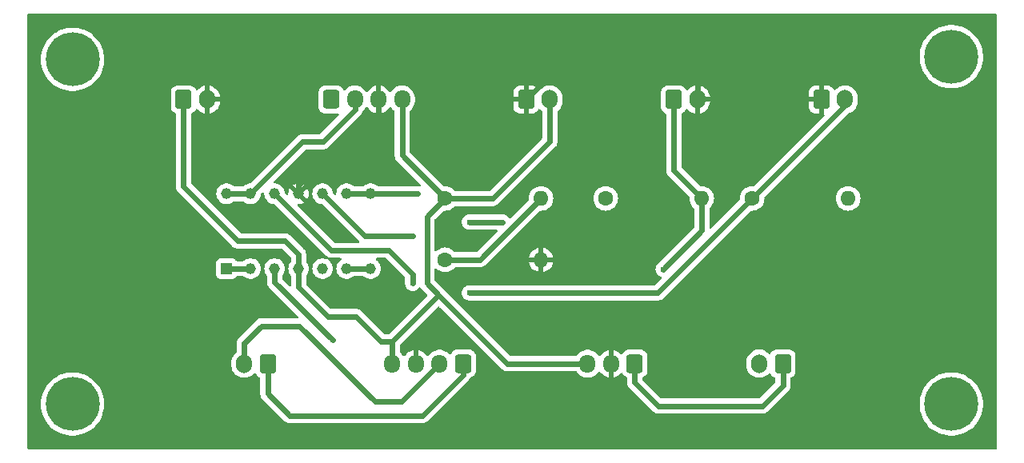
<source format=gtl>
G04 #@! TF.GenerationSoftware,KiCad,Pcbnew,8.0.5*
G04 #@! TF.CreationDate,2025-03-12T15:23:49-04:00*
G04 #@! TF.ProjectId,PCB_version4,5043425f-7665-4727-9369-6f6e342e6b69,rev?*
G04 #@! TF.SameCoordinates,Original*
G04 #@! TF.FileFunction,Copper,L1,Top*
G04 #@! TF.FilePolarity,Positive*
%FSLAX46Y46*%
G04 Gerber Fmt 4.6, Leading zero omitted, Abs format (unit mm)*
G04 Created by KiCad (PCBNEW 8.0.5) date 2025-03-12 15:23:49*
%MOMM*%
%LPD*%
G01*
G04 APERTURE LIST*
G04 Aperture macros list*
%AMRoundRect*
0 Rectangle with rounded corners*
0 $1 Rounding radius*
0 $2 $3 $4 $5 $6 $7 $8 $9 X,Y pos of 4 corners*
0 Add a 4 corners polygon primitive as box body*
4,1,4,$2,$3,$4,$5,$6,$7,$8,$9,$2,$3,0*
0 Add four circle primitives for the rounded corners*
1,1,$1+$1,$2,$3*
1,1,$1+$1,$4,$5*
1,1,$1+$1,$6,$7*
1,1,$1+$1,$8,$9*
0 Add four rect primitives between the rounded corners*
20,1,$1+$1,$2,$3,$4,$5,0*
20,1,$1+$1,$4,$5,$6,$7,0*
20,1,$1+$1,$6,$7,$8,$9,0*
20,1,$1+$1,$8,$9,$2,$3,0*%
G04 Aperture macros list end*
G04 #@! TA.AperFunction,ComponentPad*
%ADD10C,1.600000*%
G04 #@! TD*
G04 #@! TA.AperFunction,ComponentPad*
%ADD11O,1.600000X1.600000*%
G04 #@! TD*
G04 #@! TA.AperFunction,ComponentPad*
%ADD12RoundRect,0.250000X-0.600000X-0.750000X0.600000X-0.750000X0.600000X0.750000X-0.600000X0.750000X0*%
G04 #@! TD*
G04 #@! TA.AperFunction,ComponentPad*
%ADD13O,1.700000X2.000000*%
G04 #@! TD*
G04 #@! TA.AperFunction,ComponentPad*
%ADD14RoundRect,0.250000X-0.600000X-0.725000X0.600000X-0.725000X0.600000X0.725000X-0.600000X0.725000X0*%
G04 #@! TD*
G04 #@! TA.AperFunction,ComponentPad*
%ADD15O,1.700000X1.950000*%
G04 #@! TD*
G04 #@! TA.AperFunction,ComponentPad*
%ADD16RoundRect,0.250000X0.600000X0.750000X-0.600000X0.750000X-0.600000X-0.750000X0.600000X-0.750000X0*%
G04 #@! TD*
G04 #@! TA.AperFunction,ComponentPad*
%ADD17R,1.170000X1.170000*%
G04 #@! TD*
G04 #@! TA.AperFunction,ComponentPad*
%ADD18C,1.170000*%
G04 #@! TD*
G04 #@! TA.AperFunction,ComponentPad*
%ADD19RoundRect,0.250000X0.600000X0.725000X-0.600000X0.725000X-0.600000X-0.725000X0.600000X-0.725000X0*%
G04 #@! TD*
G04 #@! TA.AperFunction,ComponentPad*
%ADD20C,5.700000*%
G04 #@! TD*
G04 #@! TA.AperFunction,ViaPad*
%ADD21C,0.600000*%
G04 #@! TD*
G04 #@! TA.AperFunction,Conductor*
%ADD22C,0.600000*%
G04 #@! TD*
G04 APERTURE END LIST*
D10*
X157420000Y-80500000D03*
D11*
X167580000Y-80500000D03*
D12*
X197250000Y-63532500D03*
D13*
X199750000Y-63532500D03*
D10*
X157420000Y-74000000D03*
D11*
X167580000Y-74000000D03*
D12*
X129750000Y-63532500D03*
D13*
X132250000Y-63532500D03*
D10*
X174420000Y-74000000D03*
D11*
X184580000Y-74000000D03*
D14*
X145375000Y-63532500D03*
D15*
X147875000Y-63532500D03*
X150375000Y-63532500D03*
X152875000Y-63532500D03*
D16*
X138666668Y-91500000D03*
D13*
X136166668Y-91500000D03*
D17*
X134300000Y-81440000D03*
D18*
X136840000Y-81440000D03*
X139380000Y-81440000D03*
X141920000Y-81440000D03*
X144460000Y-81440000D03*
X147000000Y-81440000D03*
X149540000Y-81440000D03*
X149540000Y-73500000D03*
X147000000Y-73500000D03*
X144460000Y-73500000D03*
X141920000Y-73500000D03*
X139380000Y-73500000D03*
X136840000Y-73500000D03*
X134300000Y-73500000D03*
D19*
X159333334Y-91500000D03*
D15*
X156833334Y-91500000D03*
X154333334Y-91500000D03*
X151833334Y-91500000D03*
D20*
X211000000Y-95778500D03*
D16*
X193166668Y-91500000D03*
D13*
X190666668Y-91500000D03*
D10*
X189920000Y-74000000D03*
D11*
X200080000Y-74000000D03*
D20*
X118000000Y-95778500D03*
D19*
X177500000Y-91500000D03*
D15*
X175000000Y-91500000D03*
X172500000Y-91500000D03*
D20*
X211000000Y-59000000D03*
D12*
X181625000Y-63532500D03*
D13*
X184125000Y-63532500D03*
D20*
X118000000Y-59278500D03*
D12*
X166000000Y-63532500D03*
D13*
X168500000Y-63532500D03*
D21*
X163500000Y-76500000D03*
X160000000Y-76500000D03*
X154500000Y-73500000D03*
X180500000Y-81500000D03*
X145500000Y-89000000D03*
X160000000Y-84000000D03*
X154000000Y-83000000D03*
X154000000Y-78000000D03*
D22*
X177500000Y-93500000D02*
X177500000Y-91500000D01*
X180000000Y-96000000D02*
X177500000Y-93500000D01*
X191000000Y-96000000D02*
X180000000Y-96000000D01*
X193166668Y-93833332D02*
X191000000Y-96000000D01*
X193166668Y-91500000D02*
X193166668Y-93833332D01*
X147000000Y-81440000D02*
X149540000Y-81440000D01*
X184125000Y-60125000D02*
X184125000Y-63532500D01*
X170532500Y-59000000D02*
X183000000Y-59000000D01*
X166000000Y-63532500D02*
X170532500Y-59000000D01*
X183000000Y-59000000D02*
X184125000Y-60125000D01*
X138666668Y-94666668D02*
X138666668Y-91500000D01*
X141000000Y-97000000D02*
X138666668Y-94666668D01*
X159333334Y-91500000D02*
X159333334Y-92666666D01*
X159333334Y-92666666D02*
X155000000Y-97000000D01*
X155000000Y-97000000D02*
X141000000Y-97000000D01*
X160000000Y-76500000D02*
X163500000Y-76500000D01*
X149540000Y-73500000D02*
X154500000Y-73500000D01*
X184580000Y-77420000D02*
X184580000Y-74000000D01*
X180500000Y-81500000D02*
X184580000Y-77420000D01*
X139380000Y-82880000D02*
X145500000Y-89000000D01*
X139380000Y-81440000D02*
X139380000Y-82880000D01*
X147000000Y-73500000D02*
X149540000Y-73500000D01*
X179920000Y-84000000D02*
X189920000Y-74000000D01*
X160000000Y-84000000D02*
X179920000Y-84000000D01*
X151500000Y-79500000D02*
X154000000Y-82000000D01*
X154000000Y-82000000D02*
X154000000Y-83000000D01*
X145380000Y-79500000D02*
X151500000Y-79500000D01*
X139380000Y-73500000D02*
X145380000Y-79500000D01*
X149000000Y-78000000D02*
X154000000Y-78000000D01*
X148960000Y-78000000D02*
X149000000Y-78000000D01*
X144460000Y-73500000D02*
X148960000Y-78000000D01*
X155500000Y-75920000D02*
X157420000Y-74000000D01*
X155500000Y-83000000D02*
X155500000Y-75920000D01*
X156750000Y-84250000D02*
X155500000Y-83000000D01*
X134300000Y-73500000D02*
X136840000Y-73500000D01*
X134300000Y-81440000D02*
X136840000Y-81440000D01*
X141920000Y-83420000D02*
X141920000Y-81440000D01*
X147985578Y-86500000D02*
X145000000Y-86500000D01*
X150652244Y-89166666D02*
X147985578Y-86500000D01*
X151833334Y-89166666D02*
X150652244Y-89166666D01*
X145000000Y-86500000D02*
X141920000Y-83420000D01*
X151833334Y-89166666D02*
X156750000Y-84250000D01*
X151833334Y-91500000D02*
X151833334Y-89166666D01*
X164000000Y-91500000D02*
X156750000Y-84250000D01*
X150000000Y-95500000D02*
X152833334Y-95500000D01*
X142000000Y-87500000D02*
X150000000Y-95500000D01*
X152833334Y-95500000D02*
X156833334Y-91500000D01*
X136166668Y-89333332D02*
X138000000Y-87500000D01*
X138000000Y-87500000D02*
X142000000Y-87500000D01*
X136166668Y-91500000D02*
X136166668Y-89333332D01*
X140500000Y-78500000D02*
X141920000Y-79920000D01*
X135500000Y-78500000D02*
X140500000Y-78500000D01*
X129750000Y-72750000D02*
X135500000Y-78500000D01*
X129750000Y-63532500D02*
X129750000Y-72750000D01*
X141920000Y-79920000D02*
X141920000Y-81440000D01*
X152875000Y-69455000D02*
X157420000Y-74000000D01*
X152875000Y-63532500D02*
X152875000Y-69455000D01*
X143500000Y-71000000D02*
X141920000Y-72580000D01*
X144500000Y-71000000D02*
X143500000Y-71000000D01*
X141920000Y-72580000D02*
X141920000Y-73500000D01*
X150375000Y-63532500D02*
X150375000Y-65125000D01*
X150375000Y-65125000D02*
X144500000Y-71000000D01*
X144500000Y-68000000D02*
X142340000Y-68000000D01*
X147875000Y-64625000D02*
X144500000Y-68000000D01*
X147875000Y-63532500D02*
X147875000Y-64625000D01*
X142340000Y-68000000D02*
X136840000Y-73500000D01*
X172500000Y-91500000D02*
X164000000Y-91500000D01*
X161080000Y-80500000D02*
X157420000Y-80500000D01*
X167580000Y-74000000D02*
X161080000Y-80500000D01*
X162500000Y-74000000D02*
X157420000Y-74000000D01*
X168500000Y-68000000D02*
X162500000Y-74000000D01*
X168500000Y-63532500D02*
X168500000Y-68000000D01*
X181625000Y-63532500D02*
X181625000Y-71045000D01*
X181625000Y-71045000D02*
X184580000Y-74000000D01*
X199750000Y-64170000D02*
X189920000Y-74000000D01*
X199750000Y-63532500D02*
X199750000Y-64170000D01*
X132250000Y-63532500D02*
X132250000Y-63830000D01*
G04 #@! TA.AperFunction,Conductor*
G36*
X150625000Y-64984730D02*
G01*
X150691126Y-64974257D01*
X150691129Y-64974257D01*
X150893217Y-64908595D01*
X151082557Y-64812120D01*
X151254459Y-64687227D01*
X151254464Y-64687223D01*
X151404721Y-64536966D01*
X151524371Y-64372281D01*
X151579701Y-64329615D01*
X151649314Y-64323636D01*
X151711110Y-64356241D01*
X151725008Y-64372281D01*
X151844890Y-64537285D01*
X151844894Y-64537290D01*
X151844896Y-64537292D01*
X151995208Y-64687604D01*
X152023384Y-64708075D01*
X152066050Y-64763402D01*
X152074500Y-64808393D01*
X152074500Y-69533846D01*
X152105261Y-69688489D01*
X152105264Y-69688501D01*
X152165602Y-69834172D01*
X152165609Y-69834185D01*
X152253210Y-69965288D01*
X152253213Y-69965292D01*
X154793820Y-72505898D01*
X154827305Y-72567221D01*
X154822321Y-72636913D01*
X154780449Y-72692846D01*
X154714985Y-72717263D01*
X154686212Y-72715058D01*
X154686173Y-72715412D01*
X154679256Y-72714632D01*
X154679255Y-72714632D01*
X154658677Y-72712313D01*
X154628303Y-72708890D01*
X154618003Y-72707288D01*
X154578844Y-72699500D01*
X154578842Y-72699500D01*
X154551915Y-72699500D01*
X154538031Y-72698720D01*
X154500002Y-72694435D01*
X154499998Y-72694435D01*
X154461969Y-72698720D01*
X154448085Y-72699500D01*
X150321192Y-72699500D01*
X150254153Y-72679815D01*
X150237654Y-72667137D01*
X150196963Y-72630043D01*
X150196962Y-72630042D01*
X150131827Y-72589711D01*
X150025923Y-72524138D01*
X150025918Y-72524136D01*
X149900863Y-72475690D01*
X149838334Y-72451466D01*
X149640586Y-72414500D01*
X149439414Y-72414500D01*
X149241666Y-72451466D01*
X149241663Y-72451466D01*
X149241663Y-72451467D01*
X149054081Y-72524136D01*
X149054076Y-72524138D01*
X148883036Y-72630043D01*
X148842346Y-72667137D01*
X148779542Y-72697754D01*
X148758808Y-72699500D01*
X147781192Y-72699500D01*
X147714153Y-72679815D01*
X147697654Y-72667137D01*
X147656963Y-72630043D01*
X147656962Y-72630042D01*
X147591827Y-72589711D01*
X147485923Y-72524138D01*
X147485918Y-72524136D01*
X147360863Y-72475690D01*
X147298334Y-72451466D01*
X147100586Y-72414500D01*
X146899414Y-72414500D01*
X146701666Y-72451466D01*
X146701663Y-72451466D01*
X146701663Y-72451467D01*
X146514081Y-72524136D01*
X146514076Y-72524138D01*
X146343042Y-72630039D01*
X146343040Y-72630040D01*
X146343038Y-72630042D01*
X146194369Y-72765571D01*
X146194368Y-72765572D01*
X146073137Y-72926107D01*
X146073132Y-72926115D01*
X145983466Y-73106188D01*
X145928411Y-73299689D01*
X145909850Y-73499998D01*
X145910616Y-73508268D01*
X145897198Y-73576837D01*
X145848838Y-73627267D01*
X145780892Y-73643546D01*
X145714930Y-73620507D01*
X145699463Y-73607385D01*
X145577526Y-73485448D01*
X145544041Y-73424125D01*
X145541736Y-73409208D01*
X145541437Y-73405984D01*
X145531588Y-73299685D01*
X145476535Y-73106192D01*
X145475111Y-73103333D01*
X145386867Y-72926115D01*
X145386862Y-72926107D01*
X145281264Y-72786273D01*
X145265631Y-72765571D01*
X145116962Y-72630042D01*
X145094022Y-72615838D01*
X144945923Y-72524138D01*
X144945918Y-72524136D01*
X144820863Y-72475690D01*
X144758334Y-72451466D01*
X144560586Y-72414500D01*
X144359414Y-72414500D01*
X144161666Y-72451466D01*
X144161663Y-72451466D01*
X144161663Y-72451467D01*
X143974081Y-72524136D01*
X143974076Y-72524138D01*
X143803042Y-72630039D01*
X143803040Y-72630040D01*
X143803038Y-72630042D01*
X143654369Y-72765571D01*
X143654368Y-72765572D01*
X143533137Y-72926107D01*
X143533132Y-72926115D01*
X143443466Y-73106188D01*
X143388411Y-73299689D01*
X143369850Y-73499999D01*
X143369850Y-73500000D01*
X143388411Y-73700310D01*
X143388411Y-73700312D01*
X143388412Y-73700315D01*
X143430865Y-73849522D01*
X143443466Y-73893811D01*
X143533132Y-74073884D01*
X143533137Y-74073892D01*
X143554241Y-74101838D01*
X143654369Y-74234429D01*
X143803038Y-74369958D01*
X143889259Y-74423344D01*
X143973352Y-74475413D01*
X143974078Y-74475862D01*
X144161666Y-74548534D01*
X144359414Y-74585500D01*
X144362060Y-74585500D01*
X144363279Y-74585858D01*
X144365123Y-74586029D01*
X144365089Y-74586389D01*
X144429099Y-74605185D01*
X144449741Y-74621819D01*
X148315740Y-78487819D01*
X148349225Y-78549142D01*
X148344241Y-78618834D01*
X148302369Y-78674767D01*
X148236905Y-78699184D01*
X148228059Y-78699500D01*
X145762940Y-78699500D01*
X145695901Y-78679815D01*
X145675259Y-78663181D01*
X141808759Y-74796681D01*
X141775274Y-74735358D01*
X141780258Y-74665666D01*
X141822130Y-74609733D01*
X141887594Y-74585316D01*
X141896440Y-74585000D01*
X142020538Y-74585000D01*
X142218198Y-74548049D01*
X142405697Y-74475413D01*
X142405701Y-74475411D01*
X142489790Y-74423344D01*
X142489790Y-74423343D01*
X141951447Y-73885000D01*
X141970686Y-73885000D01*
X142068604Y-73858763D01*
X142156395Y-73808077D01*
X142228077Y-73736395D01*
X142278763Y-73648604D01*
X142305000Y-73550686D01*
X142305000Y-73531447D01*
X142846682Y-74073129D01*
X142846684Y-74073129D01*
X142936061Y-73893635D01*
X142936068Y-73893617D01*
X142991094Y-73700222D01*
X143009648Y-73500000D01*
X143009648Y-73499999D01*
X142991094Y-73299777D01*
X142936065Y-73106370D01*
X142846683Y-72926869D01*
X142305000Y-73468552D01*
X142305000Y-73449314D01*
X142278763Y-73351396D01*
X142228077Y-73263605D01*
X142156395Y-73191923D01*
X142068604Y-73141237D01*
X141970686Y-73115000D01*
X141951448Y-73115000D01*
X142489791Y-72576655D01*
X142489790Y-72576654D01*
X142405703Y-72524590D01*
X142405696Y-72524586D01*
X142218198Y-72451950D01*
X142020538Y-72415000D01*
X141819462Y-72415000D01*
X141621801Y-72451950D01*
X141434303Y-72524586D01*
X141350207Y-72576655D01*
X141888553Y-73115000D01*
X141869314Y-73115000D01*
X141771396Y-73141237D01*
X141683605Y-73191923D01*
X141611923Y-73263605D01*
X141561237Y-73351396D01*
X141535000Y-73449314D01*
X141535000Y-73468552D01*
X140993316Y-72926868D01*
X140993315Y-72926868D01*
X140903935Y-73106368D01*
X140903935Y-73106370D01*
X140848905Y-73299777D01*
X140830352Y-73499999D01*
X140830352Y-73500000D01*
X140831169Y-73508823D01*
X140817750Y-73577392D01*
X140769390Y-73627821D01*
X140701443Y-73644099D01*
X140635482Y-73621058D01*
X140620016Y-73607938D01*
X140497526Y-73485448D01*
X140464041Y-73424125D01*
X140461736Y-73409208D01*
X140461437Y-73405984D01*
X140451588Y-73299685D01*
X140396535Y-73106192D01*
X140395111Y-73103333D01*
X140306867Y-72926115D01*
X140306862Y-72926107D01*
X140201264Y-72786273D01*
X140185631Y-72765571D01*
X140036962Y-72630042D01*
X140014022Y-72615838D01*
X139865923Y-72524138D01*
X139865918Y-72524136D01*
X139740863Y-72475690D01*
X139678334Y-72451466D01*
X139480586Y-72414500D01*
X139356939Y-72414500D01*
X139289900Y-72394815D01*
X139244145Y-72342011D01*
X139234201Y-72272853D01*
X139263226Y-72209297D01*
X139269258Y-72202819D01*
X142635259Y-68836819D01*
X142696582Y-68803334D01*
X142722940Y-68800500D01*
X144578844Y-68800500D01*
X144578845Y-68800499D01*
X144733497Y-68769737D01*
X144879179Y-68709394D01*
X145010289Y-68621789D01*
X148496789Y-65135289D01*
X148584394Y-65004179D01*
X148644738Y-64858497D01*
X148656413Y-64799799D01*
X148688797Y-64737891D01*
X148705141Y-64723677D01*
X148754792Y-64687604D01*
X148905104Y-64537292D01*
X149024991Y-64372279D01*
X149080320Y-64329615D01*
X149149933Y-64323636D01*
X149211729Y-64356241D01*
X149225627Y-64372281D01*
X149345272Y-64536959D01*
X149345276Y-64536964D01*
X149495535Y-64687223D01*
X149495540Y-64687227D01*
X149667442Y-64812120D01*
X149856782Y-64908595D01*
X150058871Y-64974257D01*
X150125000Y-64984731D01*
X150125000Y-63936645D01*
X150191657Y-63975130D01*
X150312465Y-64007500D01*
X150437535Y-64007500D01*
X150558343Y-63975130D01*
X150625000Y-63936645D01*
X150625000Y-64984730D01*
G37*
G04 #@! TD.AperFunction*
G04 #@! TA.AperFunction,Conductor*
G36*
X215742539Y-54470185D02*
G01*
X215788294Y-54522989D01*
X215799500Y-54574500D01*
X215799500Y-100425500D01*
X215779815Y-100492539D01*
X215727011Y-100538294D01*
X215675500Y-100549500D01*
X113324500Y-100549500D01*
X113257461Y-100529815D01*
X113211706Y-100477011D01*
X113200500Y-100425500D01*
X113200500Y-95778497D01*
X114644579Y-95778497D01*
X114644579Y-95778502D01*
X114664248Y-96141282D01*
X114664250Y-96141299D01*
X114723024Y-96499803D01*
X114723030Y-96499829D01*
X114820221Y-96849881D01*
X114820226Y-96849896D01*
X114954700Y-97187401D01*
X114954706Y-97187413D01*
X115124878Y-97508392D01*
X115124884Y-97508401D01*
X115322932Y-97800500D01*
X115328773Y-97809114D01*
X115563979Y-98086021D01*
X115827746Y-98335875D01*
X116116981Y-98555745D01*
X116428292Y-98743055D01*
X116428294Y-98743056D01*
X116428296Y-98743057D01*
X116428300Y-98743059D01*
X116758020Y-98895603D01*
X116758031Y-98895608D01*
X117102330Y-99011616D01*
X117457153Y-99089718D01*
X117818341Y-99129000D01*
X117818347Y-99129000D01*
X118181653Y-99129000D01*
X118181659Y-99129000D01*
X118542847Y-99089718D01*
X118897670Y-99011616D01*
X119241969Y-98895608D01*
X119571708Y-98743055D01*
X119883019Y-98555745D01*
X120172254Y-98335875D01*
X120436021Y-98086021D01*
X120671227Y-97809114D01*
X120875117Y-97508400D01*
X121045298Y-97187405D01*
X121179775Y-96849891D01*
X121193489Y-96800500D01*
X121276969Y-96499829D01*
X121276973Y-96499816D01*
X121326672Y-96196666D01*
X121335749Y-96141299D01*
X121335751Y-96141282D01*
X121342854Y-96010289D01*
X121355421Y-95778500D01*
X121335751Y-95415715D01*
X121300304Y-95199500D01*
X121276975Y-95057196D01*
X121276974Y-95057195D01*
X121276973Y-95057184D01*
X121233375Y-94900157D01*
X121179778Y-94707118D01*
X121179773Y-94707103D01*
X121045299Y-94369598D01*
X121045298Y-94369595D01*
X120884784Y-94066833D01*
X120875121Y-94048607D01*
X120875119Y-94048604D01*
X120875117Y-94048600D01*
X120671227Y-93747886D01*
X120436021Y-93470979D01*
X120172254Y-93221125D01*
X120172244Y-93221117D01*
X120035358Y-93117060D01*
X119883019Y-93001255D01*
X119571708Y-92813945D01*
X119571707Y-92813944D01*
X119571703Y-92813942D01*
X119571699Y-92813940D01*
X119241979Y-92661396D01*
X119241974Y-92661394D01*
X119241969Y-92661392D01*
X119074143Y-92604844D01*
X118897669Y-92545383D01*
X118542845Y-92467281D01*
X118181660Y-92428000D01*
X118181659Y-92428000D01*
X117818341Y-92428000D01*
X117818339Y-92428000D01*
X117457154Y-92467281D01*
X117102330Y-92545383D01*
X116836178Y-92635060D01*
X116758031Y-92661392D01*
X116758028Y-92661393D01*
X116758020Y-92661396D01*
X116428300Y-92813940D01*
X116428296Y-92813942D01*
X116213675Y-92943076D01*
X116116981Y-93001255D01*
X116085336Y-93025311D01*
X115827755Y-93221117D01*
X115827745Y-93221125D01*
X115563978Y-93470979D01*
X115328772Y-93747886D01*
X115124884Y-94048598D01*
X115124878Y-94048607D01*
X114954706Y-94369586D01*
X114954700Y-94369598D01*
X114820226Y-94707103D01*
X114820221Y-94707118D01*
X114723030Y-95057170D01*
X114723024Y-95057196D01*
X114664250Y-95415700D01*
X114664248Y-95415717D01*
X114644579Y-95778497D01*
X113200500Y-95778497D01*
X113200500Y-80807135D01*
X133214500Y-80807135D01*
X133214500Y-82072870D01*
X133214501Y-82072876D01*
X133220908Y-82132483D01*
X133271202Y-82267328D01*
X133271206Y-82267335D01*
X133357452Y-82382544D01*
X133357455Y-82382547D01*
X133472664Y-82468793D01*
X133472671Y-82468797D01*
X133607517Y-82519091D01*
X133607516Y-82519091D01*
X133614444Y-82519835D01*
X133667127Y-82525500D01*
X134932872Y-82525499D01*
X134992483Y-82519091D01*
X135127331Y-82468796D01*
X135242546Y-82382546D01*
X135311685Y-82290188D01*
X135367618Y-82248318D01*
X135410951Y-82240500D01*
X136058808Y-82240500D01*
X136125847Y-82260185D01*
X136142346Y-82272863D01*
X136143756Y-82274148D01*
X136183038Y-82309958D01*
X136354078Y-82415862D01*
X136541666Y-82488534D01*
X136739414Y-82525500D01*
X136739416Y-82525500D01*
X136940584Y-82525500D01*
X136940586Y-82525500D01*
X137138334Y-82488534D01*
X137325922Y-82415862D01*
X137496962Y-82309958D01*
X137645631Y-82174429D01*
X137766864Y-82013890D01*
X137856535Y-81833808D01*
X137911588Y-81640315D01*
X137930150Y-81440000D01*
X137928403Y-81421152D01*
X137917223Y-81300499D01*
X137911588Y-81239685D01*
X137856535Y-81046192D01*
X137806803Y-80946317D01*
X137766867Y-80866115D01*
X137766862Y-80866107D01*
X137677307Y-80747517D01*
X137645631Y-80705571D01*
X137496962Y-80570042D01*
X137468891Y-80552661D01*
X137325923Y-80464138D01*
X137325918Y-80464136D01*
X137183380Y-80408917D01*
X137138334Y-80391466D01*
X136940586Y-80354500D01*
X136739414Y-80354500D01*
X136541666Y-80391466D01*
X136541663Y-80391466D01*
X136541663Y-80391467D01*
X136354081Y-80464136D01*
X136354076Y-80464138D01*
X136183036Y-80570043D01*
X136142346Y-80607137D01*
X136079542Y-80637754D01*
X136058808Y-80639500D01*
X135410951Y-80639500D01*
X135343912Y-80619815D01*
X135311684Y-80589811D01*
X135242546Y-80497454D01*
X135198039Y-80464136D01*
X135127335Y-80411206D01*
X135127328Y-80411202D01*
X134992482Y-80360908D01*
X134992483Y-80360908D01*
X134932883Y-80354501D01*
X134932881Y-80354500D01*
X134932873Y-80354500D01*
X134932864Y-80354500D01*
X133667129Y-80354500D01*
X133667123Y-80354501D01*
X133607516Y-80360908D01*
X133472671Y-80411202D01*
X133472664Y-80411206D01*
X133357455Y-80497452D01*
X133357452Y-80497455D01*
X133271206Y-80612664D01*
X133271202Y-80612671D01*
X133220908Y-80747517D01*
X133214501Y-80807116D01*
X133214500Y-80807135D01*
X113200500Y-80807135D01*
X113200500Y-62732483D01*
X128399500Y-62732483D01*
X128399500Y-64332501D01*
X128399501Y-64332518D01*
X128410000Y-64435296D01*
X128410001Y-64435299D01*
X128455749Y-64573356D01*
X128465186Y-64601834D01*
X128557288Y-64751156D01*
X128681344Y-64875212D01*
X128830666Y-64967314D01*
X128864500Y-64978525D01*
X128921947Y-65018296D01*
X128948772Y-65082811D01*
X128949500Y-65096232D01*
X128949500Y-72828846D01*
X128980261Y-72983489D01*
X128980264Y-72983501D01*
X129040602Y-73129172D01*
X129040609Y-73129185D01*
X129128210Y-73260288D01*
X129128213Y-73260292D01*
X134989707Y-79121786D01*
X134989711Y-79121789D01*
X135120814Y-79209390D01*
X135120827Y-79209397D01*
X135266498Y-79269735D01*
X135266503Y-79269737D01*
X135409656Y-79298212D01*
X135421153Y-79300499D01*
X135421156Y-79300500D01*
X135421158Y-79300500D01*
X135578842Y-79300500D01*
X140117060Y-79300500D01*
X140184099Y-79320185D01*
X140204741Y-79336819D01*
X141083181Y-80215259D01*
X141116666Y-80276582D01*
X141119500Y-80302940D01*
X141119500Y-80657216D01*
X141099815Y-80724255D01*
X141094454Y-80731943D01*
X140993137Y-80866107D01*
X140993132Y-80866115D01*
X140903466Y-81046188D01*
X140903465Y-81046192D01*
X140855603Y-81214413D01*
X140848411Y-81239689D01*
X140829850Y-81439999D01*
X140829850Y-81440000D01*
X140848411Y-81640310D01*
X140848411Y-81640312D01*
X140848412Y-81640315D01*
X140887834Y-81778871D01*
X140903466Y-81833811D01*
X140993132Y-82013884D01*
X140993137Y-82013892D01*
X141029922Y-82062602D01*
X141094454Y-82148058D01*
X141119146Y-82213417D01*
X141119500Y-82222783D01*
X141119500Y-83188060D01*
X141099815Y-83255099D01*
X141047011Y-83300854D01*
X140977853Y-83310798D01*
X140914297Y-83281773D01*
X140907819Y-83275741D01*
X140216819Y-82584741D01*
X140183334Y-82523418D01*
X140180500Y-82497060D01*
X140180500Y-82222783D01*
X140200185Y-82155744D01*
X140205535Y-82148071D01*
X140306864Y-82013890D01*
X140396535Y-81833808D01*
X140451588Y-81640315D01*
X140470150Y-81440000D01*
X140468403Y-81421152D01*
X140457223Y-81300499D01*
X140451588Y-81239685D01*
X140396535Y-81046192D01*
X140346803Y-80946317D01*
X140306867Y-80866115D01*
X140306862Y-80866107D01*
X140217307Y-80747517D01*
X140185631Y-80705571D01*
X140036962Y-80570042D01*
X140008891Y-80552661D01*
X139865923Y-80464138D01*
X139865918Y-80464136D01*
X139723380Y-80408917D01*
X139678334Y-80391466D01*
X139480586Y-80354500D01*
X139279414Y-80354500D01*
X139081666Y-80391466D01*
X139081663Y-80391466D01*
X139081663Y-80391467D01*
X138894081Y-80464136D01*
X138894076Y-80464138D01*
X138723042Y-80570039D01*
X138723040Y-80570040D01*
X138723038Y-80570042D01*
X138648761Y-80637754D01*
X138574368Y-80705572D01*
X138453137Y-80866107D01*
X138453132Y-80866115D01*
X138363466Y-81046188D01*
X138363465Y-81046192D01*
X138315603Y-81214413D01*
X138308411Y-81239689D01*
X138289850Y-81439999D01*
X138289850Y-81440000D01*
X138308411Y-81640310D01*
X138308411Y-81640312D01*
X138308412Y-81640315D01*
X138347834Y-81778871D01*
X138363466Y-81833811D01*
X138453132Y-82013884D01*
X138453137Y-82013892D01*
X138489922Y-82062602D01*
X138554454Y-82148058D01*
X138579146Y-82213417D01*
X138579500Y-82222783D01*
X138579500Y-82958846D01*
X138610261Y-83113489D01*
X138610264Y-83113501D01*
X138670602Y-83259172D01*
X138670609Y-83259185D01*
X138758210Y-83390288D01*
X138758213Y-83390292D01*
X141855741Y-86487819D01*
X141889226Y-86549142D01*
X141884242Y-86618834D01*
X141842370Y-86674767D01*
X141776906Y-86699184D01*
X141768060Y-86699500D01*
X137921155Y-86699500D01*
X137766510Y-86730261D01*
X137766498Y-86730264D01*
X137620827Y-86790602D01*
X137620814Y-86790609D01*
X137489711Y-86878210D01*
X137489707Y-86878213D01*
X136067422Y-88300500D01*
X135656379Y-88711543D01*
X135601425Y-88766497D01*
X135544877Y-88823044D01*
X135457277Y-88954146D01*
X135457270Y-88954159D01*
X135396932Y-89099830D01*
X135396929Y-89099842D01*
X135366168Y-89254485D01*
X135366168Y-90199106D01*
X135346483Y-90266145D01*
X135315055Y-90299422D01*
X135286876Y-90319896D01*
X135286874Y-90319898D01*
X135286873Y-90319898D01*
X135136558Y-90470213D01*
X135011619Y-90642179D01*
X134915112Y-90831585D01*
X134849421Y-91033760D01*
X134816168Y-91243713D01*
X134816168Y-91756286D01*
X134845461Y-91941239D01*
X134849422Y-91966243D01*
X134899962Y-92121789D01*
X134915112Y-92168414D01*
X135011619Y-92357820D01*
X135136558Y-92529786D01*
X135286881Y-92680109D01*
X135458847Y-92805048D01*
X135458849Y-92805049D01*
X135458852Y-92805051D01*
X135648256Y-92901557D01*
X135850425Y-92967246D01*
X136060381Y-93000500D01*
X136060382Y-93000500D01*
X136272954Y-93000500D01*
X136272955Y-93000500D01*
X136482911Y-92967246D01*
X136685080Y-92901557D01*
X136874484Y-92805051D01*
X136993397Y-92718656D01*
X137046452Y-92680110D01*
X137046452Y-92680109D01*
X137046460Y-92680104D01*
X137185272Y-92541291D01*
X137246591Y-92507809D01*
X137316283Y-92512793D01*
X137372217Y-92554664D01*
X137378489Y-92563878D01*
X137381853Y-92569333D01*
X137381854Y-92569334D01*
X137473956Y-92718656D01*
X137598012Y-92842712D01*
X137747334Y-92934814D01*
X137781168Y-92946025D01*
X137838615Y-92985796D01*
X137865440Y-93050311D01*
X137866168Y-93063732D01*
X137866168Y-94745514D01*
X137896929Y-94900157D01*
X137896932Y-94900169D01*
X137957270Y-95045840D01*
X137957277Y-95045853D01*
X138044878Y-95176956D01*
X138044881Y-95176960D01*
X140489707Y-97621786D01*
X140489711Y-97621789D01*
X140620814Y-97709390D01*
X140620818Y-97709392D01*
X140620821Y-97709394D01*
X140766503Y-97769738D01*
X140921153Y-97800499D01*
X140921157Y-97800500D01*
X140921158Y-97800500D01*
X155078844Y-97800500D01*
X155078845Y-97800499D01*
X155233497Y-97769737D01*
X155379179Y-97709394D01*
X155510289Y-97621789D01*
X159955123Y-93176955D01*
X160042728Y-93045845D01*
X160052928Y-93021217D01*
X160096765Y-92966816D01*
X160128480Y-92950965D01*
X160252668Y-92909814D01*
X160401990Y-92817712D01*
X160526046Y-92693656D01*
X160618148Y-92544334D01*
X160673333Y-92377797D01*
X160683834Y-92275009D01*
X160683833Y-90724992D01*
X160682185Y-90708863D01*
X160673333Y-90622203D01*
X160673332Y-90622200D01*
X160665048Y-90597200D01*
X160618148Y-90455666D01*
X160526046Y-90306344D01*
X160401990Y-90182288D01*
X160306587Y-90123443D01*
X160252670Y-90090187D01*
X160252665Y-90090185D01*
X160251196Y-90089698D01*
X160086131Y-90035001D01*
X160086129Y-90035000D01*
X159983344Y-90024500D01*
X158683332Y-90024500D01*
X158683315Y-90024501D01*
X158580537Y-90035000D01*
X158580534Y-90035001D01*
X158414002Y-90090185D01*
X158413997Y-90090187D01*
X158264676Y-90182289D01*
X158140623Y-90306342D01*
X158045155Y-90461121D01*
X157993207Y-90507845D01*
X157924244Y-90519068D01*
X157860162Y-90491224D01*
X157851935Y-90483705D01*
X157713120Y-90344890D01*
X157541154Y-90219951D01*
X157351748Y-90123444D01*
X157351747Y-90123443D01*
X157351746Y-90123443D01*
X157149577Y-90057754D01*
X157149575Y-90057753D01*
X157149574Y-90057753D01*
X156988291Y-90032208D01*
X156939621Y-90024500D01*
X156727047Y-90024500D01*
X156678376Y-90032208D01*
X156517094Y-90057753D01*
X156314919Y-90123444D01*
X156125513Y-90219951D01*
X155953547Y-90344890D01*
X155803228Y-90495209D01*
X155803224Y-90495214D01*
X155683342Y-90660218D01*
X155628012Y-90702884D01*
X155558399Y-90708863D01*
X155496604Y-90676257D01*
X155482706Y-90660218D01*
X155363061Y-90495540D01*
X155363057Y-90495535D01*
X155212798Y-90345276D01*
X155212793Y-90345272D01*
X155040891Y-90220379D01*
X154851549Y-90123903D01*
X154649458Y-90058241D01*
X154583334Y-90047768D01*
X154583334Y-91095854D01*
X154516677Y-91057370D01*
X154395869Y-91025000D01*
X154270799Y-91025000D01*
X154149991Y-91057370D01*
X154083334Y-91095854D01*
X154083334Y-90047768D01*
X154083333Y-90047768D01*
X154017209Y-90058241D01*
X153815118Y-90123903D01*
X153625776Y-90220379D01*
X153453874Y-90345272D01*
X153453869Y-90345276D01*
X153303610Y-90495535D01*
X153303606Y-90495540D01*
X153183961Y-90660218D01*
X153128631Y-90702884D01*
X153059018Y-90708863D01*
X152997223Y-90676257D01*
X152983325Y-90660218D01*
X152863443Y-90495214D01*
X152863439Y-90495209D01*
X152713128Y-90344898D01*
X152713126Y-90344896D01*
X152684947Y-90324422D01*
X152642283Y-90269094D01*
X152633834Y-90224106D01*
X152633834Y-89549605D01*
X152653519Y-89482566D01*
X152670148Y-89461929D01*
X156662319Y-85469757D01*
X156723642Y-85436273D01*
X156793334Y-85441257D01*
X156837681Y-85469758D01*
X163373870Y-92005947D01*
X163373891Y-92005970D01*
X163489707Y-92121786D01*
X163489711Y-92121789D01*
X163620814Y-92209390D01*
X163620827Y-92209397D01*
X163766498Y-92269735D01*
X163766503Y-92269737D01*
X163766507Y-92269737D01*
X163766508Y-92269738D01*
X163921154Y-92300500D01*
X163921157Y-92300500D01*
X163921158Y-92300500D01*
X171258288Y-92300500D01*
X171325327Y-92320185D01*
X171358606Y-92351615D01*
X171469890Y-92504785D01*
X171469894Y-92504790D01*
X171620213Y-92655109D01*
X171792179Y-92780048D01*
X171792181Y-92780049D01*
X171792184Y-92780051D01*
X171981588Y-92876557D01*
X172183757Y-92942246D01*
X172393713Y-92975500D01*
X172393714Y-92975500D01*
X172606286Y-92975500D01*
X172606287Y-92975500D01*
X172816243Y-92942246D01*
X173018412Y-92876557D01*
X173207816Y-92780051D01*
X173229789Y-92764086D01*
X173379786Y-92655109D01*
X173379788Y-92655106D01*
X173379792Y-92655104D01*
X173530104Y-92504792D01*
X173649991Y-92339779D01*
X173705320Y-92297115D01*
X173774933Y-92291136D01*
X173836729Y-92323741D01*
X173850627Y-92339781D01*
X173970272Y-92504459D01*
X173970276Y-92504464D01*
X174120535Y-92654723D01*
X174120540Y-92654727D01*
X174292442Y-92779620D01*
X174481782Y-92876095D01*
X174683871Y-92941757D01*
X174750000Y-92952231D01*
X174750000Y-91904145D01*
X174816657Y-91942630D01*
X174937465Y-91975000D01*
X175062535Y-91975000D01*
X175183343Y-91942630D01*
X175250000Y-91904145D01*
X175250000Y-92952230D01*
X175316126Y-92941757D01*
X175316129Y-92941757D01*
X175518217Y-92876095D01*
X175707557Y-92779620D01*
X175879458Y-92654728D01*
X176018330Y-92515856D01*
X176079653Y-92482371D01*
X176149345Y-92487355D01*
X176205279Y-92529226D01*
X176211551Y-92538440D01*
X176215185Y-92544331D01*
X176215186Y-92544334D01*
X176307288Y-92693656D01*
X176431344Y-92817712D01*
X176580666Y-92909814D01*
X176614500Y-92921025D01*
X176671947Y-92960796D01*
X176698772Y-93025311D01*
X176699500Y-93038732D01*
X176699500Y-93578846D01*
X176730261Y-93733489D01*
X176730264Y-93733501D01*
X176790602Y-93879172D01*
X176790609Y-93879185D01*
X176878210Y-94010288D01*
X176878213Y-94010292D01*
X179378211Y-96510289D01*
X179489708Y-96621786D01*
X179489712Y-96621790D01*
X179620814Y-96709390D01*
X179620827Y-96709397D01*
X179766498Y-96769735D01*
X179766503Y-96769737D01*
X179921153Y-96800499D01*
X179921156Y-96800500D01*
X179921158Y-96800500D01*
X191078844Y-96800500D01*
X191078845Y-96800499D01*
X191233497Y-96769737D01*
X191379179Y-96709394D01*
X191510289Y-96621789D01*
X192353580Y-95778497D01*
X207644579Y-95778497D01*
X207644579Y-95778502D01*
X207664248Y-96141282D01*
X207664250Y-96141299D01*
X207723024Y-96499803D01*
X207723030Y-96499829D01*
X207820221Y-96849881D01*
X207820226Y-96849896D01*
X207954700Y-97187401D01*
X207954706Y-97187413D01*
X208124878Y-97508392D01*
X208124884Y-97508401D01*
X208322932Y-97800500D01*
X208328773Y-97809114D01*
X208563979Y-98086021D01*
X208827746Y-98335875D01*
X209116981Y-98555745D01*
X209428292Y-98743055D01*
X209428294Y-98743056D01*
X209428296Y-98743057D01*
X209428300Y-98743059D01*
X209758020Y-98895603D01*
X209758031Y-98895608D01*
X210102330Y-99011616D01*
X210457153Y-99089718D01*
X210818341Y-99129000D01*
X210818347Y-99129000D01*
X211181653Y-99129000D01*
X211181659Y-99129000D01*
X211542847Y-99089718D01*
X211897670Y-99011616D01*
X212241969Y-98895608D01*
X212571708Y-98743055D01*
X212883019Y-98555745D01*
X213172254Y-98335875D01*
X213436021Y-98086021D01*
X213671227Y-97809114D01*
X213875117Y-97508400D01*
X214045298Y-97187405D01*
X214179775Y-96849891D01*
X214193489Y-96800500D01*
X214276969Y-96499829D01*
X214276973Y-96499816D01*
X214326672Y-96196666D01*
X214335749Y-96141299D01*
X214335751Y-96141282D01*
X214342854Y-96010289D01*
X214355421Y-95778500D01*
X214335751Y-95415715D01*
X214300304Y-95199500D01*
X214276975Y-95057196D01*
X214276974Y-95057195D01*
X214276973Y-95057184D01*
X214233375Y-94900157D01*
X214179778Y-94707118D01*
X214179773Y-94707103D01*
X214045299Y-94369598D01*
X214045298Y-94369595D01*
X213884784Y-94066833D01*
X213875121Y-94048607D01*
X213875119Y-94048604D01*
X213875117Y-94048600D01*
X213671227Y-93747886D01*
X213436021Y-93470979D01*
X213172254Y-93221125D01*
X213172244Y-93221117D01*
X213035358Y-93117060D01*
X212883019Y-93001255D01*
X212571708Y-92813945D01*
X212571707Y-92813944D01*
X212571703Y-92813942D01*
X212571699Y-92813940D01*
X212241979Y-92661396D01*
X212241974Y-92661394D01*
X212241969Y-92661392D01*
X212074143Y-92604844D01*
X211897669Y-92545383D01*
X211542845Y-92467281D01*
X211181660Y-92428000D01*
X211181659Y-92428000D01*
X210818341Y-92428000D01*
X210818339Y-92428000D01*
X210457154Y-92467281D01*
X210102330Y-92545383D01*
X209836178Y-92635060D01*
X209758031Y-92661392D01*
X209758028Y-92661393D01*
X209758020Y-92661396D01*
X209428300Y-92813940D01*
X209428296Y-92813942D01*
X209213675Y-92943076D01*
X209116981Y-93001255D01*
X209085336Y-93025311D01*
X208827755Y-93221117D01*
X208827745Y-93221125D01*
X208563978Y-93470979D01*
X208328772Y-93747886D01*
X208124884Y-94048598D01*
X208124878Y-94048607D01*
X207954706Y-94369586D01*
X207954700Y-94369598D01*
X207820226Y-94707103D01*
X207820221Y-94707118D01*
X207723030Y-95057170D01*
X207723024Y-95057196D01*
X207664250Y-95415700D01*
X207664248Y-95415717D01*
X207644579Y-95778497D01*
X192353580Y-95778497D01*
X193676954Y-94455122D01*
X193676957Y-94455121D01*
X193788457Y-94343621D01*
X193876062Y-94212511D01*
X193936405Y-94066829D01*
X193967168Y-93912174D01*
X193967168Y-93063732D01*
X193986853Y-92996693D01*
X194039657Y-92950938D01*
X194052163Y-92946026D01*
X194086002Y-92934814D01*
X194235324Y-92842712D01*
X194359380Y-92718656D01*
X194451482Y-92569334D01*
X194506667Y-92402797D01*
X194517168Y-92300009D01*
X194517167Y-90699992D01*
X194514742Y-90676257D01*
X194506667Y-90597203D01*
X194506666Y-90597200D01*
X194451482Y-90430666D01*
X194359380Y-90281344D01*
X194235324Y-90157288D01*
X194086002Y-90065186D01*
X193919465Y-90010001D01*
X193919463Y-90010000D01*
X193816678Y-89999500D01*
X192516666Y-89999500D01*
X192516649Y-89999501D01*
X192413871Y-90010000D01*
X192413868Y-90010001D01*
X192247336Y-90065185D01*
X192247331Y-90065187D01*
X192098010Y-90157289D01*
X191973957Y-90281342D01*
X191878489Y-90436121D01*
X191826541Y-90482845D01*
X191757578Y-90494068D01*
X191693496Y-90466224D01*
X191685269Y-90458705D01*
X191546454Y-90319890D01*
X191374488Y-90194951D01*
X191185082Y-90098444D01*
X191185081Y-90098443D01*
X191185080Y-90098443D01*
X190982911Y-90032754D01*
X190982909Y-90032753D01*
X190982908Y-90032753D01*
X190821625Y-90007208D01*
X190772955Y-89999500D01*
X190560381Y-89999500D01*
X190511710Y-90007208D01*
X190350428Y-90032753D01*
X190148253Y-90098444D01*
X189958847Y-90194951D01*
X189786881Y-90319890D01*
X189636558Y-90470213D01*
X189511619Y-90642179D01*
X189415112Y-90831585D01*
X189349421Y-91033760D01*
X189316168Y-91243713D01*
X189316168Y-91756286D01*
X189345461Y-91941239D01*
X189349422Y-91966243D01*
X189399962Y-92121789D01*
X189415112Y-92168414D01*
X189511619Y-92357820D01*
X189636558Y-92529786D01*
X189786881Y-92680109D01*
X189958847Y-92805048D01*
X189958849Y-92805049D01*
X189958852Y-92805051D01*
X190148256Y-92901557D01*
X190350425Y-92967246D01*
X190560381Y-93000500D01*
X190560382Y-93000500D01*
X190772954Y-93000500D01*
X190772955Y-93000500D01*
X190982911Y-92967246D01*
X191185080Y-92901557D01*
X191374484Y-92805051D01*
X191493397Y-92718656D01*
X191546452Y-92680110D01*
X191546452Y-92680109D01*
X191546460Y-92680104D01*
X191685272Y-92541291D01*
X191746591Y-92507809D01*
X191816283Y-92512793D01*
X191872217Y-92554664D01*
X191878489Y-92563878D01*
X191881853Y-92569333D01*
X191881854Y-92569334D01*
X191973956Y-92718656D01*
X192098012Y-92842712D01*
X192247334Y-92934814D01*
X192281168Y-92946025D01*
X192338615Y-92985796D01*
X192365440Y-93050311D01*
X192366168Y-93063732D01*
X192366168Y-93450392D01*
X192346483Y-93517431D01*
X192329849Y-93538073D01*
X190704741Y-95163181D01*
X190643418Y-95196666D01*
X190617060Y-95199500D01*
X180382940Y-95199500D01*
X180315901Y-95179815D01*
X180295259Y-95163181D01*
X178336819Y-93204741D01*
X178303334Y-93143418D01*
X178300500Y-93117060D01*
X178300500Y-93038732D01*
X178320185Y-92971693D01*
X178372989Y-92925938D01*
X178385495Y-92921026D01*
X178419334Y-92909814D01*
X178568656Y-92817712D01*
X178692712Y-92693656D01*
X178784814Y-92544334D01*
X178839999Y-92377797D01*
X178850500Y-92275009D01*
X178850499Y-90724992D01*
X178848851Y-90708863D01*
X178839999Y-90622203D01*
X178839998Y-90622200D01*
X178831714Y-90597200D01*
X178784814Y-90455666D01*
X178692712Y-90306344D01*
X178568656Y-90182288D01*
X178473253Y-90123443D01*
X178419336Y-90090187D01*
X178419331Y-90090185D01*
X178417862Y-90089698D01*
X178252797Y-90035001D01*
X178252795Y-90035000D01*
X178150010Y-90024500D01*
X176849998Y-90024500D01*
X176849981Y-90024501D01*
X176747203Y-90035000D01*
X176747200Y-90035001D01*
X176580668Y-90090185D01*
X176580663Y-90090187D01*
X176431342Y-90182289D01*
X176307289Y-90306342D01*
X176211551Y-90461559D01*
X176159603Y-90508283D01*
X176090640Y-90519506D01*
X176026558Y-90491662D01*
X176018331Y-90484143D01*
X175879464Y-90345276D01*
X175879459Y-90345272D01*
X175707557Y-90220379D01*
X175518215Y-90123903D01*
X175316124Y-90058241D01*
X175250000Y-90047768D01*
X175250000Y-91095854D01*
X175183343Y-91057370D01*
X175062535Y-91025000D01*
X174937465Y-91025000D01*
X174816657Y-91057370D01*
X174750000Y-91095854D01*
X174750000Y-90047768D01*
X174749999Y-90047768D01*
X174683875Y-90058241D01*
X174481784Y-90123903D01*
X174292442Y-90220379D01*
X174120540Y-90345272D01*
X174120535Y-90345276D01*
X173970276Y-90495535D01*
X173970272Y-90495540D01*
X173850627Y-90660218D01*
X173795297Y-90702884D01*
X173725684Y-90708863D01*
X173663889Y-90676257D01*
X173649991Y-90660218D01*
X173530109Y-90495214D01*
X173530105Y-90495209D01*
X173379786Y-90344890D01*
X173207820Y-90219951D01*
X173018414Y-90123444D01*
X173018413Y-90123443D01*
X173018412Y-90123443D01*
X172816243Y-90057754D01*
X172816241Y-90057753D01*
X172816240Y-90057753D01*
X172654957Y-90032208D01*
X172606287Y-90024500D01*
X172393713Y-90024500D01*
X172345042Y-90032208D01*
X172183760Y-90057753D01*
X171981585Y-90123444D01*
X171792179Y-90219951D01*
X171620213Y-90344890D01*
X171469894Y-90495209D01*
X171469890Y-90495214D01*
X171358606Y-90648385D01*
X171303276Y-90691051D01*
X171258288Y-90699500D01*
X164382939Y-90699500D01*
X164315900Y-90679815D01*
X164295258Y-90663181D01*
X157632076Y-83999998D01*
X159194435Y-83999998D01*
X159194435Y-84000001D01*
X159198720Y-84038029D01*
X159199500Y-84051914D01*
X159199500Y-84078844D01*
X159207288Y-84118003D01*
X159208890Y-84128303D01*
X159214632Y-84179252D01*
X159214633Y-84179260D01*
X159222976Y-84203104D01*
X159227550Y-84219860D01*
X159230262Y-84233496D01*
X159250509Y-84282377D01*
X159252988Y-84288872D01*
X159274212Y-84349524D01*
X159280709Y-84359865D01*
X159290268Y-84378365D01*
X159290603Y-84379173D01*
X159290605Y-84379179D01*
X159327223Y-84433982D01*
X159329114Y-84436900D01*
X159370180Y-84502257D01*
X159370182Y-84502260D01*
X159370184Y-84502262D01*
X159497738Y-84629816D01*
X159563131Y-84670905D01*
X159566040Y-84672790D01*
X159620821Y-84709394D01*
X159621606Y-84709719D01*
X159640134Y-84719289D01*
X159650478Y-84725789D01*
X159711175Y-84747028D01*
X159717607Y-84749484D01*
X159746021Y-84761253D01*
X159766497Y-84769735D01*
X159766498Y-84769735D01*
X159766503Y-84769737D01*
X159780139Y-84772449D01*
X159796898Y-84777023D01*
X159820745Y-84785368D01*
X159871714Y-84791110D01*
X159881992Y-84792709D01*
X159909140Y-84798109D01*
X159921157Y-84800500D01*
X159921158Y-84800500D01*
X159948085Y-84800500D01*
X159961969Y-84801280D01*
X159999998Y-84805565D01*
X160000000Y-84805565D01*
X160000002Y-84805565D01*
X160038031Y-84801280D01*
X160051915Y-84800500D01*
X179998844Y-84800500D01*
X179998845Y-84800499D01*
X180153497Y-84769737D01*
X180299179Y-84709394D01*
X180430289Y-84621789D01*
X189719674Y-75332402D01*
X189780995Y-75298919D01*
X189818156Y-75296557D01*
X189920000Y-75305468D01*
X189920000Y-75305467D01*
X189920001Y-75305468D01*
X189920002Y-75305468D01*
X189994855Y-75298919D01*
X190146692Y-75285635D01*
X190366496Y-75226739D01*
X190572734Y-75130568D01*
X190759139Y-75000047D01*
X190920047Y-74839139D01*
X191050568Y-74652734D01*
X191146739Y-74446496D01*
X191205635Y-74226692D01*
X191225468Y-74000000D01*
X191225468Y-73999998D01*
X198774532Y-73999998D01*
X198774532Y-74000001D01*
X198794364Y-74226686D01*
X198794366Y-74226697D01*
X198853258Y-74446488D01*
X198853261Y-74446497D01*
X198949431Y-74652732D01*
X198949432Y-74652734D01*
X199079954Y-74839141D01*
X199240858Y-75000045D01*
X199240861Y-75000047D01*
X199427266Y-75130568D01*
X199633504Y-75226739D01*
X199853308Y-75285635D01*
X199997064Y-75298212D01*
X200079998Y-75305468D01*
X200080000Y-75305468D01*
X200080002Y-75305468D01*
X200154855Y-75298919D01*
X200306692Y-75285635D01*
X200526496Y-75226739D01*
X200732734Y-75130568D01*
X200919139Y-75000047D01*
X201080047Y-74839139D01*
X201210568Y-74652734D01*
X201306739Y-74446496D01*
X201365635Y-74226692D01*
X201385468Y-74000000D01*
X201365635Y-73773308D01*
X201306739Y-73553504D01*
X201210568Y-73347266D01*
X201086638Y-73170274D01*
X201080045Y-73160858D01*
X200919141Y-72999954D01*
X200732734Y-72869432D01*
X200732732Y-72869431D01*
X200526497Y-72773261D01*
X200526488Y-72773258D01*
X200306697Y-72714366D01*
X200306693Y-72714365D01*
X200306692Y-72714365D01*
X200306691Y-72714364D01*
X200306686Y-72714364D01*
X200080002Y-72694532D01*
X200079998Y-72694532D01*
X199853313Y-72714364D01*
X199853302Y-72714366D01*
X199633511Y-72773258D01*
X199633502Y-72773261D01*
X199427267Y-72869431D01*
X199427265Y-72869432D01*
X199240858Y-72999954D01*
X199079954Y-73160858D01*
X198949432Y-73347265D01*
X198949431Y-73347267D01*
X198853261Y-73553502D01*
X198853258Y-73553511D01*
X198794366Y-73773302D01*
X198794364Y-73773313D01*
X198774532Y-73999998D01*
X191225468Y-73999998D01*
X191216557Y-73898158D01*
X191230323Y-73829662D01*
X191252401Y-73799675D01*
X200024584Y-65027491D01*
X200073943Y-64997243D01*
X200268412Y-64934057D01*
X200457816Y-64837551D01*
X200497949Y-64808393D01*
X200629786Y-64712609D01*
X200629788Y-64712606D01*
X200629792Y-64712604D01*
X200780104Y-64562292D01*
X200780106Y-64562288D01*
X200780109Y-64562286D01*
X200905048Y-64390320D01*
X200905047Y-64390320D01*
X200905051Y-64390316D01*
X201001557Y-64200912D01*
X201067246Y-63998743D01*
X201100500Y-63788787D01*
X201100500Y-63276213D01*
X201067246Y-63066257D01*
X201001557Y-62864088D01*
X200905051Y-62674684D01*
X200905049Y-62674681D01*
X200905048Y-62674679D01*
X200780109Y-62502713D01*
X200629786Y-62352390D01*
X200457820Y-62227451D01*
X200268414Y-62130944D01*
X200268413Y-62130943D01*
X200268412Y-62130943D01*
X200066243Y-62065254D01*
X200066241Y-62065253D01*
X200066240Y-62065253D01*
X199904957Y-62039708D01*
X199856287Y-62032000D01*
X199643713Y-62032000D01*
X199595042Y-62039708D01*
X199433760Y-62065253D01*
X199231585Y-62130944D01*
X199042179Y-62227451D01*
X198870215Y-62352389D01*
X198731035Y-62491569D01*
X198669712Y-62525053D01*
X198600020Y-62520069D01*
X198544087Y-62478197D01*
X198537815Y-62468984D01*
X198442315Y-62314154D01*
X198318345Y-62190184D01*
X198169124Y-62098143D01*
X198169119Y-62098141D01*
X198002697Y-62042994D01*
X198002690Y-62042993D01*
X197899986Y-62032500D01*
X197500000Y-62032500D01*
X197500000Y-63099488D01*
X197442993Y-63066575D01*
X197315826Y-63032500D01*
X197184174Y-63032500D01*
X197057007Y-63066575D01*
X197000000Y-63099488D01*
X197000000Y-62032500D01*
X196600028Y-62032500D01*
X196600012Y-62032501D01*
X196497302Y-62042994D01*
X196330880Y-62098141D01*
X196330875Y-62098143D01*
X196181654Y-62190184D01*
X196057684Y-62314154D01*
X195965643Y-62463375D01*
X195965641Y-62463380D01*
X195910494Y-62629802D01*
X195910493Y-62629809D01*
X195900000Y-62732513D01*
X195900000Y-63282500D01*
X196816988Y-63282500D01*
X196784075Y-63339507D01*
X196750000Y-63466674D01*
X196750000Y-63598326D01*
X196784075Y-63725493D01*
X196816988Y-63782500D01*
X195900001Y-63782500D01*
X195900001Y-64332486D01*
X195910494Y-64435197D01*
X195965641Y-64601619D01*
X195965643Y-64601624D01*
X196057684Y-64750845D01*
X196181654Y-64874815D01*
X196330875Y-64966856D01*
X196330880Y-64966858D01*
X196497302Y-65022005D01*
X196497309Y-65022006D01*
X196600019Y-65032499D01*
X196999999Y-65032499D01*
X197000000Y-65032498D01*
X197000000Y-63965512D01*
X197057007Y-63998425D01*
X197184174Y-64032500D01*
X197315826Y-64032500D01*
X197442993Y-63998425D01*
X197500000Y-63965512D01*
X197500000Y-65032499D01*
X197518265Y-65050764D01*
X197523099Y-65052184D01*
X197568854Y-65104988D01*
X197578798Y-65174146D01*
X197549773Y-65237702D01*
X197543741Y-65244180D01*
X190120326Y-72667594D01*
X190059003Y-72701079D01*
X190021838Y-72703441D01*
X189920002Y-72694532D01*
X189919998Y-72694532D01*
X189693313Y-72714364D01*
X189693302Y-72714366D01*
X189473511Y-72773258D01*
X189473502Y-72773261D01*
X189267267Y-72869431D01*
X189267265Y-72869432D01*
X189080858Y-72999954D01*
X188919954Y-73160858D01*
X188789432Y-73347265D01*
X188789431Y-73347267D01*
X188693261Y-73553502D01*
X188693258Y-73553511D01*
X188634366Y-73773302D01*
X188634364Y-73773313D01*
X188614532Y-73999998D01*
X188614532Y-74000002D01*
X188623441Y-74101838D01*
X188609674Y-74170338D01*
X188587594Y-74200326D01*
X185592181Y-77195740D01*
X185530858Y-77229225D01*
X185461166Y-77224241D01*
X185405233Y-77182369D01*
X185380816Y-77116905D01*
X185380500Y-77108059D01*
X185380500Y-75090049D01*
X185400185Y-75023010D01*
X185416819Y-75002368D01*
X185580045Y-74839141D01*
X185580047Y-74839139D01*
X185710568Y-74652734D01*
X185806739Y-74446496D01*
X185865635Y-74226692D01*
X185885468Y-74000000D01*
X185865635Y-73773308D01*
X185806739Y-73553504D01*
X185710568Y-73347266D01*
X185586638Y-73170274D01*
X185580045Y-73160858D01*
X185419141Y-72999954D01*
X185232734Y-72869432D01*
X185232732Y-72869431D01*
X185026497Y-72773261D01*
X185026488Y-72773258D01*
X184806697Y-72714366D01*
X184806693Y-72714365D01*
X184806692Y-72714365D01*
X184806691Y-72714364D01*
X184806686Y-72714364D01*
X184580002Y-72694532D01*
X184579998Y-72694532D01*
X184478160Y-72703441D01*
X184409660Y-72689674D01*
X184379672Y-72667594D01*
X182461819Y-70749741D01*
X182428334Y-70688418D01*
X182425500Y-70662060D01*
X182425500Y-65096232D01*
X182445185Y-65029193D01*
X182497989Y-64983438D01*
X182510495Y-64978526D01*
X182544334Y-64967314D01*
X182693656Y-64875212D01*
X182817712Y-64751156D01*
X182909814Y-64601834D01*
X182909814Y-64601831D01*
X182913448Y-64595941D01*
X182965395Y-64549216D01*
X183034358Y-64537993D01*
X183098440Y-64565836D01*
X183106668Y-64573356D01*
X183245535Y-64712223D01*
X183245540Y-64712227D01*
X183417442Y-64837120D01*
X183606782Y-64933595D01*
X183808871Y-64999257D01*
X183875000Y-65009731D01*
X183875000Y-63965512D01*
X183932007Y-63998425D01*
X184059174Y-64032500D01*
X184190826Y-64032500D01*
X184317993Y-63998425D01*
X184375000Y-63965512D01*
X184375000Y-65009730D01*
X184441126Y-64999257D01*
X184441129Y-64999257D01*
X184643217Y-64933595D01*
X184832557Y-64837120D01*
X185004459Y-64712227D01*
X185004464Y-64712223D01*
X185154723Y-64561964D01*
X185154727Y-64561959D01*
X185279620Y-64390057D01*
X185376095Y-64200717D01*
X185441757Y-63998630D01*
X185441757Y-63998627D01*
X185475000Y-63788746D01*
X185475000Y-63782500D01*
X184558012Y-63782500D01*
X184590925Y-63725493D01*
X184625000Y-63598326D01*
X184625000Y-63466674D01*
X184590925Y-63339507D01*
X184558012Y-63282500D01*
X185475000Y-63282500D01*
X185475000Y-63276253D01*
X185441757Y-63066372D01*
X185441757Y-63066369D01*
X185376095Y-62864282D01*
X185279620Y-62674942D01*
X185154727Y-62503040D01*
X185154723Y-62503035D01*
X185004464Y-62352776D01*
X185004459Y-62352772D01*
X184832557Y-62227879D01*
X184643215Y-62131403D01*
X184441124Y-62065741D01*
X184375000Y-62055268D01*
X184375000Y-63099488D01*
X184317993Y-63066575D01*
X184190826Y-63032500D01*
X184059174Y-63032500D01*
X183932007Y-63066575D01*
X183875000Y-63099488D01*
X183875000Y-62055268D01*
X183874999Y-62055268D01*
X183808875Y-62065741D01*
X183606784Y-62131403D01*
X183417442Y-62227879D01*
X183245541Y-62352771D01*
X183106668Y-62491644D01*
X183045345Y-62525128D01*
X182975653Y-62520144D01*
X182919720Y-62478272D01*
X182913448Y-62469058D01*
X182817712Y-62313844D01*
X182693657Y-62189789D01*
X182693656Y-62189788D01*
X182544334Y-62097686D01*
X182377797Y-62042501D01*
X182377795Y-62042500D01*
X182275010Y-62032000D01*
X180974998Y-62032000D01*
X180974981Y-62032001D01*
X180872203Y-62042500D01*
X180872200Y-62042501D01*
X180705668Y-62097685D01*
X180705663Y-62097687D01*
X180556342Y-62189789D01*
X180432289Y-62313842D01*
X180340187Y-62463163D01*
X180340185Y-62463168D01*
X180318689Y-62528040D01*
X180285001Y-62629703D01*
X180285001Y-62629704D01*
X180285000Y-62629704D01*
X180274500Y-62732483D01*
X180274500Y-64332501D01*
X180274501Y-64332518D01*
X180285000Y-64435296D01*
X180285001Y-64435299D01*
X180330749Y-64573356D01*
X180340186Y-64601834D01*
X180432288Y-64751156D01*
X180556344Y-64875212D01*
X180705666Y-64967314D01*
X180739500Y-64978525D01*
X180796947Y-65018296D01*
X180823772Y-65082811D01*
X180824500Y-65096232D01*
X180824500Y-71123846D01*
X180855261Y-71278489D01*
X180855264Y-71278501D01*
X180915602Y-71424172D01*
X180915609Y-71424185D01*
X181003210Y-71555288D01*
X181003213Y-71555292D01*
X183247594Y-73799672D01*
X183281079Y-73860995D01*
X183283441Y-73898160D01*
X183274532Y-73999997D01*
X183274532Y-74000001D01*
X183294364Y-74226686D01*
X183294366Y-74226697D01*
X183353258Y-74446488D01*
X183353261Y-74446497D01*
X183449431Y-74652732D01*
X183449432Y-74652734D01*
X183579954Y-74839141D01*
X183743181Y-75002368D01*
X183776666Y-75063691D01*
X183779500Y-75090049D01*
X183779500Y-77037060D01*
X183759815Y-77104099D01*
X183743181Y-77124741D01*
X179870186Y-80997735D01*
X179870180Y-80997742D01*
X179829092Y-81063132D01*
X179827204Y-81066047D01*
X179790604Y-81120824D01*
X179790600Y-81120832D01*
X179790266Y-81121639D01*
X179780713Y-81140127D01*
X179774212Y-81150474D01*
X179774210Y-81150477D01*
X179752982Y-81211140D01*
X179750504Y-81217631D01*
X179730264Y-81266496D01*
X179730263Y-81266502D01*
X179727550Y-81280140D01*
X179722975Y-81296898D01*
X179714634Y-81320735D01*
X179714632Y-81320742D01*
X179708890Y-81371696D01*
X179707288Y-81381994D01*
X179699500Y-81421152D01*
X179699500Y-81448085D01*
X179698720Y-81461969D01*
X179694435Y-81499998D01*
X179694435Y-81500001D01*
X179698720Y-81538029D01*
X179699500Y-81551914D01*
X179699500Y-81578844D01*
X179707288Y-81618003D01*
X179708890Y-81628303D01*
X179714632Y-81679252D01*
X179714633Y-81679260D01*
X179722976Y-81703104D01*
X179727550Y-81719860D01*
X179730262Y-81733496D01*
X179750509Y-81782377D01*
X179752986Y-81788867D01*
X179768713Y-81833811D01*
X179774212Y-81849524D01*
X179780709Y-81859865D01*
X179790268Y-81878365D01*
X179790603Y-81879173D01*
X179790605Y-81879179D01*
X179827223Y-81933982D01*
X179829114Y-81936900D01*
X179870180Y-82002257D01*
X179870182Y-82002260D01*
X179870184Y-82002262D01*
X179997738Y-82129816D01*
X180063131Y-82170905D01*
X180066040Y-82172790D01*
X180120821Y-82209394D01*
X180121606Y-82209719D01*
X180140134Y-82219289D01*
X180150478Y-82225789D01*
X180211175Y-82247028D01*
X180217607Y-82249484D01*
X180243442Y-82260185D01*
X180272134Y-82272070D01*
X180271128Y-82274498D01*
X180320025Y-82306502D01*
X180348519Y-82370298D01*
X180337999Y-82439371D01*
X180313319Y-82474601D01*
X179624741Y-83163181D01*
X179563418Y-83196666D01*
X179537060Y-83199500D01*
X160051915Y-83199500D01*
X160038031Y-83198720D01*
X160000002Y-83194435D01*
X159999998Y-83194435D01*
X159961969Y-83198720D01*
X159948085Y-83199500D01*
X159921152Y-83199500D01*
X159881994Y-83207288D01*
X159871696Y-83208890D01*
X159820742Y-83214632D01*
X159820735Y-83214634D01*
X159796898Y-83222975D01*
X159780140Y-83227550D01*
X159766502Y-83230263D01*
X159766496Y-83230264D01*
X159717631Y-83250504D01*
X159711140Y-83252982D01*
X159650477Y-83274210D01*
X159650474Y-83274212D01*
X159640127Y-83280713D01*
X159621639Y-83290266D01*
X159620832Y-83290600D01*
X159620824Y-83290604D01*
X159566047Y-83327204D01*
X159563132Y-83329092D01*
X159497742Y-83370180D01*
X159497735Y-83370186D01*
X159370186Y-83497735D01*
X159370180Y-83497742D01*
X159329092Y-83563132D01*
X159327204Y-83566047D01*
X159290604Y-83620824D01*
X159290600Y-83620832D01*
X159290266Y-83621639D01*
X159280713Y-83640127D01*
X159274212Y-83650474D01*
X159274210Y-83650477D01*
X159252982Y-83711140D01*
X159250504Y-83717631D01*
X159230264Y-83766496D01*
X159230263Y-83766502D01*
X159227550Y-83780140D01*
X159222975Y-83796898D01*
X159214634Y-83820735D01*
X159214632Y-83820742D01*
X159208890Y-83871696D01*
X159207288Y-83881994D01*
X159199500Y-83921152D01*
X159199500Y-83948085D01*
X159198720Y-83961969D01*
X159194435Y-83999998D01*
X157632076Y-83999998D01*
X157260289Y-83628211D01*
X156336819Y-82704741D01*
X156303334Y-82643418D01*
X156300500Y-82617060D01*
X156300500Y-81519049D01*
X156320185Y-81452010D01*
X156372989Y-81406255D01*
X156442147Y-81396311D01*
X156505703Y-81425336D01*
X156512181Y-81431368D01*
X156580858Y-81500045D01*
X156580861Y-81500047D01*
X156767266Y-81630568D01*
X156973504Y-81726739D01*
X156973509Y-81726740D01*
X156973511Y-81726741D01*
X156998725Y-81733497D01*
X157193308Y-81785635D01*
X157355230Y-81799801D01*
X157419998Y-81805468D01*
X157420000Y-81805468D01*
X157420002Y-81805468D01*
X157476673Y-81800509D01*
X157646692Y-81785635D01*
X157866496Y-81726739D01*
X158072734Y-81630568D01*
X158259139Y-81500047D01*
X158338034Y-81421152D01*
X158422368Y-81336819D01*
X158483691Y-81303334D01*
X158510049Y-81300500D01*
X161158844Y-81300500D01*
X161158845Y-81300499D01*
X161313497Y-81269737D01*
X161459179Y-81209394D01*
X161590289Y-81121789D01*
X162462079Y-80249999D01*
X166301127Y-80249999D01*
X166301128Y-80250000D01*
X167264314Y-80250000D01*
X167259920Y-80254394D01*
X167207259Y-80345606D01*
X167180000Y-80447339D01*
X167180000Y-80552661D01*
X167207259Y-80654394D01*
X167259920Y-80745606D01*
X167264314Y-80750000D01*
X166301128Y-80750000D01*
X166353730Y-80946317D01*
X166353734Y-80946326D01*
X166449865Y-81152482D01*
X166580342Y-81338820D01*
X166741179Y-81499657D01*
X166927517Y-81630134D01*
X167133673Y-81726265D01*
X167133682Y-81726269D01*
X167329999Y-81778872D01*
X167330000Y-81778871D01*
X167330000Y-80815686D01*
X167334394Y-80820080D01*
X167425606Y-80872741D01*
X167527339Y-80900000D01*
X167632661Y-80900000D01*
X167734394Y-80872741D01*
X167825606Y-80820080D01*
X167830000Y-80815686D01*
X167830000Y-81778872D01*
X168026317Y-81726269D01*
X168026326Y-81726265D01*
X168232482Y-81630134D01*
X168418820Y-81499657D01*
X168579657Y-81338820D01*
X168710134Y-81152482D01*
X168806265Y-80946326D01*
X168806269Y-80946317D01*
X168858872Y-80750000D01*
X167895686Y-80750000D01*
X167900080Y-80745606D01*
X167952741Y-80654394D01*
X167980000Y-80552661D01*
X167980000Y-80447339D01*
X167952741Y-80345606D01*
X167900080Y-80254394D01*
X167895686Y-80250000D01*
X168858872Y-80250000D01*
X168858872Y-80249999D01*
X168806269Y-80053682D01*
X168806265Y-80053673D01*
X168710134Y-79847517D01*
X168579657Y-79661179D01*
X168418820Y-79500342D01*
X168232482Y-79369865D01*
X168026328Y-79273734D01*
X167830000Y-79221127D01*
X167830000Y-80184314D01*
X167825606Y-80179920D01*
X167734394Y-80127259D01*
X167632661Y-80100000D01*
X167527339Y-80100000D01*
X167425606Y-80127259D01*
X167334394Y-80179920D01*
X167330000Y-80184314D01*
X167330000Y-79221127D01*
X167133671Y-79273734D01*
X166927517Y-79369865D01*
X166741179Y-79500342D01*
X166580342Y-79661179D01*
X166449865Y-79847517D01*
X166353734Y-80053673D01*
X166353730Y-80053682D01*
X166301127Y-80249999D01*
X162462079Y-80249999D01*
X167379674Y-75332402D01*
X167440995Y-75298919D01*
X167478156Y-75296557D01*
X167580000Y-75305468D01*
X167580000Y-75305467D01*
X167580001Y-75305468D01*
X167580002Y-75305468D01*
X167654855Y-75298919D01*
X167806692Y-75285635D01*
X168026496Y-75226739D01*
X168232734Y-75130568D01*
X168419139Y-75000047D01*
X168580047Y-74839139D01*
X168710568Y-74652734D01*
X168806739Y-74446496D01*
X168865635Y-74226692D01*
X168885468Y-74000000D01*
X168885468Y-73999998D01*
X173114532Y-73999998D01*
X173114532Y-74000001D01*
X173134364Y-74226686D01*
X173134366Y-74226697D01*
X173193258Y-74446488D01*
X173193261Y-74446497D01*
X173289431Y-74652732D01*
X173289432Y-74652734D01*
X173419954Y-74839141D01*
X173580858Y-75000045D01*
X173580861Y-75000047D01*
X173767266Y-75130568D01*
X173973504Y-75226739D01*
X174193308Y-75285635D01*
X174337064Y-75298212D01*
X174419998Y-75305468D01*
X174420000Y-75305468D01*
X174420002Y-75305468D01*
X174494855Y-75298919D01*
X174646692Y-75285635D01*
X174866496Y-75226739D01*
X175072734Y-75130568D01*
X175259139Y-75000047D01*
X175420047Y-74839139D01*
X175550568Y-74652734D01*
X175646739Y-74446496D01*
X175705635Y-74226692D01*
X175725468Y-74000000D01*
X175705635Y-73773308D01*
X175646739Y-73553504D01*
X175550568Y-73347266D01*
X175426638Y-73170274D01*
X175420045Y-73160858D01*
X175259141Y-72999954D01*
X175072734Y-72869432D01*
X175072732Y-72869431D01*
X174866497Y-72773261D01*
X174866488Y-72773258D01*
X174646697Y-72714366D01*
X174646693Y-72714365D01*
X174646692Y-72714365D01*
X174646691Y-72714364D01*
X174646686Y-72714364D01*
X174420002Y-72694532D01*
X174419998Y-72694532D01*
X174193313Y-72714364D01*
X174193302Y-72714366D01*
X173973511Y-72773258D01*
X173973502Y-72773261D01*
X173767267Y-72869431D01*
X173767265Y-72869432D01*
X173580858Y-72999954D01*
X173419954Y-73160858D01*
X173289432Y-73347265D01*
X173289431Y-73347267D01*
X173193261Y-73553502D01*
X173193258Y-73553511D01*
X173134366Y-73773302D01*
X173134364Y-73773313D01*
X173114532Y-73999998D01*
X168885468Y-73999998D01*
X168865635Y-73773308D01*
X168806739Y-73553504D01*
X168710568Y-73347266D01*
X168586638Y-73170274D01*
X168580045Y-73160858D01*
X168419141Y-72999954D01*
X168232734Y-72869432D01*
X168232732Y-72869431D01*
X168026497Y-72773261D01*
X168026488Y-72773258D01*
X167806697Y-72714366D01*
X167806693Y-72714365D01*
X167806692Y-72714365D01*
X167806691Y-72714364D01*
X167806686Y-72714364D01*
X167580002Y-72694532D01*
X167579998Y-72694532D01*
X167353313Y-72714364D01*
X167353302Y-72714366D01*
X167133511Y-72773258D01*
X167133502Y-72773261D01*
X166927267Y-72869431D01*
X166927265Y-72869432D01*
X166740858Y-72999954D01*
X166579954Y-73160858D01*
X166449432Y-73347265D01*
X166449431Y-73347267D01*
X166353261Y-73553502D01*
X166353258Y-73553511D01*
X166294366Y-73773302D01*
X166294364Y-73773313D01*
X166274532Y-73999998D01*
X166274532Y-74000002D01*
X166283441Y-74101838D01*
X166269674Y-74170338D01*
X166247594Y-74200326D01*
X164363387Y-76084533D01*
X164302064Y-76118018D01*
X164232372Y-76113034D01*
X164176439Y-76071162D01*
X164170712Y-76062824D01*
X164129816Y-75997738D01*
X164002262Y-75870184D01*
X164002260Y-75870182D01*
X164002257Y-75870180D01*
X163936900Y-75829114D01*
X163933982Y-75827223D01*
X163879179Y-75790605D01*
X163879173Y-75790603D01*
X163878365Y-75790268D01*
X163859865Y-75780709D01*
X163849524Y-75774212D01*
X163849523Y-75774211D01*
X163849522Y-75774211D01*
X163788867Y-75752986D01*
X163782377Y-75750509D01*
X163733496Y-75730262D01*
X163719860Y-75727550D01*
X163703104Y-75722976D01*
X163679260Y-75714633D01*
X163679256Y-75714632D01*
X163679255Y-75714632D01*
X163658575Y-75712301D01*
X163628303Y-75708890D01*
X163618003Y-75707288D01*
X163578844Y-75699500D01*
X163578842Y-75699500D01*
X163551915Y-75699500D01*
X163538031Y-75698720D01*
X163500002Y-75694435D01*
X163499998Y-75694435D01*
X163461969Y-75698720D01*
X163448085Y-75699500D01*
X160051915Y-75699500D01*
X160038031Y-75698720D01*
X160000002Y-75694435D01*
X159999998Y-75694435D01*
X159961969Y-75698720D01*
X159948085Y-75699500D01*
X159921152Y-75699500D01*
X159881994Y-75707288D01*
X159871696Y-75708890D01*
X159820742Y-75714632D01*
X159820735Y-75714634D01*
X159796898Y-75722975D01*
X159780140Y-75727550D01*
X159766502Y-75730263D01*
X159766496Y-75730264D01*
X159717631Y-75750504D01*
X159711140Y-75752982D01*
X159650477Y-75774210D01*
X159650474Y-75774212D01*
X159640127Y-75780713D01*
X159621639Y-75790266D01*
X159620832Y-75790600D01*
X159620824Y-75790604D01*
X159566047Y-75827204D01*
X159563132Y-75829092D01*
X159497742Y-75870180D01*
X159497735Y-75870186D01*
X159370186Y-75997735D01*
X159370180Y-75997742D01*
X159329092Y-76063132D01*
X159327204Y-76066047D01*
X159290604Y-76120824D01*
X159290600Y-76120832D01*
X159290266Y-76121639D01*
X159280713Y-76140127D01*
X159274212Y-76150474D01*
X159274210Y-76150477D01*
X159252982Y-76211140D01*
X159250504Y-76217631D01*
X159230264Y-76266496D01*
X159230263Y-76266502D01*
X159227550Y-76280140D01*
X159222975Y-76296898D01*
X159214634Y-76320735D01*
X159214632Y-76320742D01*
X159208890Y-76371696D01*
X159207288Y-76381994D01*
X159199500Y-76421152D01*
X159199500Y-76448085D01*
X159198720Y-76461969D01*
X159194435Y-76499998D01*
X159194435Y-76500001D01*
X159198720Y-76538029D01*
X159199500Y-76551914D01*
X159199500Y-76578844D01*
X159207288Y-76618003D01*
X159208890Y-76628303D01*
X159214632Y-76679252D01*
X159214633Y-76679260D01*
X159222976Y-76703104D01*
X159227550Y-76719860D01*
X159230262Y-76733496D01*
X159250509Y-76782377D01*
X159252988Y-76788872D01*
X159274212Y-76849524D01*
X159280709Y-76859865D01*
X159290268Y-76878365D01*
X159290603Y-76879173D01*
X159290605Y-76879179D01*
X159327223Y-76933982D01*
X159329114Y-76936900D01*
X159370180Y-77002257D01*
X159370182Y-77002260D01*
X159370184Y-77002262D01*
X159497738Y-77129816D01*
X159550838Y-77163181D01*
X159563131Y-77170905D01*
X159566040Y-77172790D01*
X159620821Y-77209394D01*
X159621606Y-77209719D01*
X159640134Y-77219289D01*
X159650478Y-77225789D01*
X159711175Y-77247028D01*
X159717607Y-77249484D01*
X159746021Y-77261253D01*
X159766497Y-77269735D01*
X159766498Y-77269735D01*
X159766503Y-77269737D01*
X159780139Y-77272449D01*
X159796898Y-77277023D01*
X159820745Y-77285368D01*
X159871714Y-77291110D01*
X159881992Y-77292709D01*
X159909140Y-77298109D01*
X159921157Y-77300500D01*
X159921158Y-77300500D01*
X159948085Y-77300500D01*
X159961969Y-77301280D01*
X159999998Y-77305565D01*
X160000000Y-77305565D01*
X160000002Y-77305565D01*
X160038031Y-77301280D01*
X160051915Y-77300500D01*
X162848060Y-77300500D01*
X162915099Y-77320185D01*
X162960854Y-77372989D01*
X162970798Y-77442147D01*
X162941773Y-77505703D01*
X162935741Y-77512181D01*
X160784741Y-79663181D01*
X160723418Y-79696666D01*
X160697060Y-79699500D01*
X158510049Y-79699500D01*
X158443010Y-79679815D01*
X158422368Y-79663181D01*
X158259141Y-79499954D01*
X158072734Y-79369432D01*
X158072732Y-79369431D01*
X157866497Y-79273261D01*
X157866488Y-79273258D01*
X157646697Y-79214366D01*
X157646693Y-79214365D01*
X157646692Y-79214365D01*
X157646691Y-79214364D01*
X157646686Y-79214364D01*
X157420002Y-79194532D01*
X157419998Y-79194532D01*
X157193313Y-79214364D01*
X157193302Y-79214366D01*
X156973511Y-79273258D01*
X156973502Y-79273261D01*
X156767267Y-79369431D01*
X156767265Y-79369432D01*
X156580858Y-79499954D01*
X156512181Y-79568632D01*
X156450858Y-79602117D01*
X156381166Y-79597133D01*
X156325233Y-79555261D01*
X156300816Y-79489797D01*
X156300500Y-79480951D01*
X156300500Y-76302939D01*
X156320185Y-76235900D01*
X156336815Y-76215262D01*
X157219674Y-75332402D01*
X157280995Y-75298919D01*
X157318156Y-75296557D01*
X157420000Y-75305468D01*
X157420000Y-75305467D01*
X157420001Y-75305468D01*
X157420002Y-75305468D01*
X157494855Y-75298919D01*
X157646692Y-75285635D01*
X157866496Y-75226739D01*
X158072734Y-75130568D01*
X158259139Y-75000047D01*
X158259141Y-75000045D01*
X158422368Y-74836819D01*
X158483691Y-74803334D01*
X158510049Y-74800500D01*
X162578844Y-74800500D01*
X162578845Y-74800499D01*
X162733497Y-74769737D01*
X162879179Y-74709394D01*
X163010289Y-74621789D01*
X169121788Y-68510290D01*
X169121789Y-68510289D01*
X169209394Y-68379179D01*
X169269737Y-68233497D01*
X169300500Y-68078842D01*
X169300500Y-64833393D01*
X169320185Y-64766354D01*
X169351614Y-64733076D01*
X169379792Y-64712604D01*
X169530104Y-64562292D01*
X169530106Y-64562288D01*
X169530109Y-64562286D01*
X169655048Y-64390320D01*
X169655047Y-64390320D01*
X169655051Y-64390316D01*
X169751557Y-64200912D01*
X169817246Y-63998743D01*
X169850500Y-63788787D01*
X169850500Y-63276213D01*
X169817246Y-63066257D01*
X169751557Y-62864088D01*
X169655051Y-62674684D01*
X169655049Y-62674681D01*
X169655048Y-62674679D01*
X169530109Y-62502713D01*
X169379786Y-62352390D01*
X169207820Y-62227451D01*
X169018414Y-62130944D01*
X169018413Y-62130943D01*
X169018412Y-62130943D01*
X168816243Y-62065254D01*
X168816241Y-62065253D01*
X168816240Y-62065253D01*
X168654957Y-62039708D01*
X168606287Y-62032000D01*
X168393713Y-62032000D01*
X168345042Y-62039708D01*
X168183760Y-62065253D01*
X167981585Y-62130944D01*
X167792179Y-62227451D01*
X167620215Y-62352389D01*
X167481035Y-62491569D01*
X167419712Y-62525053D01*
X167350020Y-62520069D01*
X167294087Y-62478197D01*
X167287815Y-62468984D01*
X167192315Y-62314154D01*
X167068345Y-62190184D01*
X166919124Y-62098143D01*
X166919119Y-62098141D01*
X166752697Y-62042994D01*
X166752690Y-62042993D01*
X166649986Y-62032500D01*
X166250000Y-62032500D01*
X166250000Y-63099488D01*
X166192993Y-63066575D01*
X166065826Y-63032500D01*
X165934174Y-63032500D01*
X165807007Y-63066575D01*
X165750000Y-63099488D01*
X165750000Y-62032500D01*
X165350028Y-62032500D01*
X165350012Y-62032501D01*
X165247302Y-62042994D01*
X165080880Y-62098141D01*
X165080875Y-62098143D01*
X164931654Y-62190184D01*
X164807684Y-62314154D01*
X164715643Y-62463375D01*
X164715641Y-62463380D01*
X164660494Y-62629802D01*
X164660493Y-62629809D01*
X164650000Y-62732513D01*
X164650000Y-63282500D01*
X165566988Y-63282500D01*
X165534075Y-63339507D01*
X165500000Y-63466674D01*
X165500000Y-63598326D01*
X165534075Y-63725493D01*
X165566988Y-63782500D01*
X164650001Y-63782500D01*
X164650001Y-64332486D01*
X164660494Y-64435197D01*
X164715641Y-64601619D01*
X164715643Y-64601624D01*
X164807684Y-64750845D01*
X164931654Y-64874815D01*
X165080875Y-64966856D01*
X165080880Y-64966858D01*
X165247302Y-65022005D01*
X165247309Y-65022006D01*
X165350019Y-65032499D01*
X165749999Y-65032499D01*
X165750000Y-65032498D01*
X165750000Y-63965512D01*
X165807007Y-63998425D01*
X165934174Y-64032500D01*
X166065826Y-64032500D01*
X166192993Y-63998425D01*
X166250000Y-63965512D01*
X166250000Y-65032499D01*
X166649972Y-65032499D01*
X166649986Y-65032498D01*
X166752697Y-65022005D01*
X166919119Y-64966858D01*
X166919124Y-64966856D01*
X167068345Y-64874815D01*
X167192317Y-64750843D01*
X167287815Y-64596016D01*
X167339763Y-64549291D01*
X167408725Y-64538068D01*
X167472808Y-64565912D01*
X167481035Y-64573431D01*
X167620208Y-64712604D01*
X167648384Y-64733075D01*
X167691050Y-64788402D01*
X167699500Y-64833393D01*
X167699500Y-67617060D01*
X167679815Y-67684099D01*
X167663181Y-67704741D01*
X162204741Y-73163181D01*
X162143418Y-73196666D01*
X162117060Y-73199500D01*
X158510049Y-73199500D01*
X158443010Y-73179815D01*
X158422368Y-73163181D01*
X158259141Y-72999954D01*
X158072734Y-72869432D01*
X158072732Y-72869431D01*
X157866497Y-72773261D01*
X157866488Y-72773258D01*
X157646697Y-72714366D01*
X157646693Y-72714365D01*
X157646692Y-72714365D01*
X157646691Y-72714364D01*
X157646686Y-72714364D01*
X157420002Y-72694532D01*
X157419998Y-72694532D01*
X157318160Y-72703441D01*
X157249660Y-72689674D01*
X157219672Y-72667594D01*
X153711819Y-69159741D01*
X153678334Y-69098418D01*
X153675500Y-69072060D01*
X153675500Y-64808393D01*
X153695185Y-64741354D01*
X153726614Y-64708076D01*
X153754792Y-64687604D01*
X153905104Y-64537292D01*
X153905106Y-64537288D01*
X153905109Y-64537286D01*
X154030048Y-64365320D01*
X154030047Y-64365320D01*
X154030051Y-64365316D01*
X154126557Y-64175912D01*
X154192246Y-63973743D01*
X154225500Y-63763787D01*
X154225500Y-63301213D01*
X154192246Y-63091257D01*
X154126557Y-62889088D01*
X154030051Y-62699684D01*
X154030049Y-62699681D01*
X154030048Y-62699679D01*
X153905109Y-62527713D01*
X153754786Y-62377390D01*
X153582820Y-62252451D01*
X153393414Y-62155944D01*
X153393413Y-62155943D01*
X153393412Y-62155943D01*
X153191243Y-62090254D01*
X153191241Y-62090253D01*
X153191240Y-62090253D01*
X153029957Y-62064708D01*
X152981287Y-62057000D01*
X152768713Y-62057000D01*
X152720042Y-62064708D01*
X152558760Y-62090253D01*
X152356585Y-62155944D01*
X152167179Y-62252451D01*
X151995213Y-62377390D01*
X151844894Y-62527709D01*
X151844890Y-62527714D01*
X151725008Y-62692718D01*
X151669678Y-62735384D01*
X151600065Y-62741363D01*
X151538270Y-62708757D01*
X151524372Y-62692718D01*
X151404727Y-62528040D01*
X151404723Y-62528035D01*
X151254464Y-62377776D01*
X151254459Y-62377772D01*
X151082557Y-62252879D01*
X150893215Y-62156403D01*
X150691124Y-62090741D01*
X150625000Y-62080268D01*
X150625000Y-63128354D01*
X150558343Y-63089870D01*
X150437535Y-63057500D01*
X150312465Y-63057500D01*
X150191657Y-63089870D01*
X150125000Y-63128354D01*
X150125000Y-62080268D01*
X150124999Y-62080268D01*
X150058875Y-62090741D01*
X149856784Y-62156403D01*
X149667442Y-62252879D01*
X149495540Y-62377772D01*
X149495535Y-62377776D01*
X149345276Y-62528035D01*
X149345272Y-62528040D01*
X149225627Y-62692718D01*
X149170297Y-62735384D01*
X149100684Y-62741363D01*
X149038889Y-62708757D01*
X149024991Y-62692718D01*
X148905109Y-62527714D01*
X148905105Y-62527709D01*
X148754786Y-62377390D01*
X148582820Y-62252451D01*
X148393414Y-62155944D01*
X148393413Y-62155943D01*
X148393412Y-62155943D01*
X148191243Y-62090254D01*
X148191241Y-62090253D01*
X148191240Y-62090253D01*
X148029957Y-62064708D01*
X147981287Y-62057000D01*
X147768713Y-62057000D01*
X147720042Y-62064708D01*
X147558760Y-62090253D01*
X147356585Y-62155944D01*
X147167179Y-62252451D01*
X146995215Y-62377389D01*
X146856398Y-62516206D01*
X146795075Y-62549690D01*
X146725383Y-62544706D01*
X146669450Y-62502834D01*
X146663178Y-62493620D01*
X146647982Y-62468984D01*
X146567712Y-62338844D01*
X146443656Y-62214788D01*
X146308467Y-62131403D01*
X146294336Y-62122687D01*
X146294331Y-62122685D01*
X146277501Y-62117108D01*
X146127797Y-62067501D01*
X146127795Y-62067500D01*
X146025010Y-62057000D01*
X144724998Y-62057000D01*
X144724981Y-62057001D01*
X144622203Y-62067500D01*
X144622200Y-62067501D01*
X144455668Y-62122685D01*
X144455663Y-62122687D01*
X144306342Y-62214789D01*
X144182289Y-62338842D01*
X144090187Y-62488163D01*
X144090185Y-62488168D01*
X144077963Y-62525053D01*
X144035001Y-62654703D01*
X144035001Y-62654704D01*
X144035000Y-62654704D01*
X144024500Y-62757483D01*
X144024500Y-64307501D01*
X144024501Y-64307518D01*
X144035000Y-64410296D01*
X144035001Y-64410299D01*
X144090185Y-64576831D01*
X144090187Y-64576836D01*
X144105604Y-64601831D01*
X144182288Y-64726156D01*
X144306344Y-64850212D01*
X144455666Y-64942314D01*
X144622203Y-64997499D01*
X144724991Y-65008000D01*
X146025008Y-65007999D01*
X146051285Y-65005314D01*
X146119974Y-65018082D01*
X146170860Y-65065961D01*
X146187782Y-65133751D01*
X146165368Y-65199928D01*
X146151567Y-65216353D01*
X144204741Y-67163181D01*
X144143418Y-67196666D01*
X144117060Y-67199500D01*
X142261153Y-67199500D01*
X142106510Y-67230260D01*
X142106502Y-67230262D01*
X141960824Y-67290604D01*
X141960814Y-67290609D01*
X141829711Y-67378210D01*
X141829707Y-67378213D01*
X136829741Y-72378181D01*
X136768418Y-72411666D01*
X136742060Y-72414500D01*
X136739414Y-72414500D01*
X136541666Y-72451466D01*
X136541663Y-72451466D01*
X136541663Y-72451467D01*
X136354081Y-72524136D01*
X136354076Y-72524138D01*
X136183036Y-72630043D01*
X136142346Y-72667137D01*
X136079542Y-72697754D01*
X136058808Y-72699500D01*
X135081192Y-72699500D01*
X135014153Y-72679815D01*
X134997654Y-72667137D01*
X134956963Y-72630043D01*
X134956962Y-72630042D01*
X134891827Y-72589711D01*
X134785923Y-72524138D01*
X134785918Y-72524136D01*
X134660863Y-72475690D01*
X134598334Y-72451466D01*
X134400586Y-72414500D01*
X134199414Y-72414500D01*
X134001666Y-72451466D01*
X134001663Y-72451466D01*
X134001663Y-72451467D01*
X133814081Y-72524136D01*
X133814076Y-72524138D01*
X133643042Y-72630039D01*
X133643040Y-72630040D01*
X133643038Y-72630042D01*
X133494369Y-72765571D01*
X133494368Y-72765572D01*
X133373137Y-72926107D01*
X133373132Y-72926115D01*
X133283466Y-73106188D01*
X133228411Y-73299689D01*
X133209850Y-73499999D01*
X133209850Y-73500000D01*
X133228411Y-73700310D01*
X133228411Y-73700312D01*
X133228412Y-73700315D01*
X133270865Y-73849522D01*
X133283466Y-73893811D01*
X133373132Y-74073884D01*
X133373137Y-74073892D01*
X133394241Y-74101838D01*
X133494369Y-74234429D01*
X133643038Y-74369958D01*
X133729259Y-74423344D01*
X133813352Y-74475413D01*
X133814078Y-74475862D01*
X134001666Y-74548534D01*
X134199414Y-74585500D01*
X134199416Y-74585500D01*
X134400584Y-74585500D01*
X134400586Y-74585500D01*
X134598334Y-74548534D01*
X134785922Y-74475862D01*
X134956962Y-74369958D01*
X134983824Y-74345470D01*
X134997654Y-74332863D01*
X135060458Y-74302246D01*
X135081192Y-74300500D01*
X136058808Y-74300500D01*
X136125847Y-74320185D01*
X136142346Y-74332863D01*
X136173278Y-74361061D01*
X136183038Y-74369958D01*
X136269259Y-74423344D01*
X136353352Y-74475413D01*
X136354078Y-74475862D01*
X136541666Y-74548534D01*
X136739414Y-74585500D01*
X136739416Y-74585500D01*
X136940584Y-74585500D01*
X136940586Y-74585500D01*
X137138334Y-74548534D01*
X137325922Y-74475862D01*
X137496962Y-74369958D01*
X137645631Y-74234429D01*
X137766864Y-74073890D01*
X137856535Y-73893808D01*
X137911588Y-73700315D01*
X137921736Y-73590790D01*
X137947522Y-73525853D01*
X137957518Y-73514558D01*
X138079465Y-73392611D01*
X138140786Y-73359128D01*
X138210478Y-73364112D01*
X138266411Y-73405984D01*
X138290828Y-73471448D01*
X138290616Y-73491728D01*
X138289850Y-73499999D01*
X138289850Y-73500000D01*
X138308411Y-73700310D01*
X138308411Y-73700312D01*
X138308412Y-73700315D01*
X138350865Y-73849522D01*
X138363466Y-73893811D01*
X138453132Y-74073884D01*
X138453137Y-74073892D01*
X138474241Y-74101838D01*
X138574369Y-74234429D01*
X138723038Y-74369958D01*
X138809259Y-74423344D01*
X138893352Y-74475413D01*
X138894078Y-74475862D01*
X139081666Y-74548534D01*
X139279414Y-74585500D01*
X139282060Y-74585500D01*
X139283279Y-74585858D01*
X139285123Y-74586029D01*
X139285089Y-74586389D01*
X139349099Y-74605185D01*
X139369741Y-74621819D01*
X144758211Y-80010289D01*
X144847922Y-80100000D01*
X144869712Y-80121790D01*
X145000816Y-80209391D01*
X145000817Y-80209391D01*
X145000821Y-80209394D01*
X145068275Y-80237334D01*
X145146502Y-80269737D01*
X145301152Y-80300499D01*
X145301155Y-80300500D01*
X145301157Y-80300500D01*
X145301158Y-80300500D01*
X146342548Y-80300500D01*
X146409587Y-80320185D01*
X146455342Y-80372989D01*
X146465286Y-80442147D01*
X146436261Y-80505703D01*
X146407826Y-80529927D01*
X146343042Y-80570039D01*
X146343040Y-80570040D01*
X146343038Y-80570042D01*
X146268761Y-80637754D01*
X146194368Y-80705572D01*
X146073137Y-80866107D01*
X146073132Y-80866115D01*
X145983466Y-81046188D01*
X145983465Y-81046192D01*
X145935603Y-81214413D01*
X145928411Y-81239689D01*
X145909850Y-81439999D01*
X145909850Y-81440000D01*
X145928411Y-81640310D01*
X145928411Y-81640312D01*
X145928412Y-81640315D01*
X145967834Y-81778871D01*
X145983466Y-81833811D01*
X146073132Y-82013884D01*
X146073137Y-82013892D01*
X146117675Y-82072870D01*
X146194369Y-82174429D01*
X146343038Y-82309958D01*
X146514078Y-82415862D01*
X146701666Y-82488534D01*
X146899414Y-82525500D01*
X146899416Y-82525500D01*
X147100584Y-82525500D01*
X147100586Y-82525500D01*
X147298334Y-82488534D01*
X147485922Y-82415862D01*
X147656962Y-82309958D01*
X147696244Y-82274148D01*
X147697654Y-82272863D01*
X147760458Y-82242246D01*
X147781192Y-82240500D01*
X148758808Y-82240500D01*
X148825847Y-82260185D01*
X148842346Y-82272863D01*
X148843756Y-82274148D01*
X148883038Y-82309958D01*
X149054078Y-82415862D01*
X149241666Y-82488534D01*
X149439414Y-82525500D01*
X149439416Y-82525500D01*
X149640584Y-82525500D01*
X149640586Y-82525500D01*
X149838334Y-82488534D01*
X150025922Y-82415862D01*
X150196962Y-82309958D01*
X150345631Y-82174429D01*
X150466864Y-82013890D01*
X150556535Y-81833808D01*
X150611588Y-81640315D01*
X150630150Y-81440000D01*
X150628403Y-81421152D01*
X150617223Y-81300499D01*
X150611588Y-81239685D01*
X150556535Y-81046192D01*
X150506803Y-80946317D01*
X150466867Y-80866115D01*
X150466862Y-80866107D01*
X150377307Y-80747517D01*
X150345631Y-80705571D01*
X150196962Y-80570042D01*
X150132173Y-80529926D01*
X150085539Y-80477899D01*
X150074435Y-80408917D01*
X150102388Y-80344883D01*
X150160524Y-80306126D01*
X150197452Y-80300500D01*
X151117060Y-80300500D01*
X151184099Y-80320185D01*
X151204741Y-80336819D01*
X153163181Y-82295259D01*
X153196666Y-82356582D01*
X153199500Y-82382940D01*
X153199500Y-82948085D01*
X153198720Y-82961969D01*
X153194435Y-82999998D01*
X153194435Y-83000001D01*
X153198720Y-83038029D01*
X153199500Y-83051914D01*
X153199500Y-83078844D01*
X153207288Y-83118003D01*
X153208890Y-83128303D01*
X153214632Y-83179252D01*
X153214633Y-83179260D01*
X153222976Y-83203104D01*
X153227550Y-83219860D01*
X153230262Y-83233496D01*
X153250509Y-83282377D01*
X153252986Y-83288867D01*
X153266401Y-83327204D01*
X153274212Y-83349524D01*
X153280709Y-83359865D01*
X153290268Y-83378365D01*
X153290603Y-83379173D01*
X153290605Y-83379179D01*
X153327223Y-83433982D01*
X153329114Y-83436900D01*
X153370180Y-83502257D01*
X153370182Y-83502260D01*
X153370184Y-83502262D01*
X153497738Y-83629816D01*
X153563096Y-83670883D01*
X153563131Y-83670905D01*
X153566040Y-83672790D01*
X153620821Y-83709394D01*
X153621606Y-83709719D01*
X153640134Y-83719289D01*
X153650478Y-83725789D01*
X153711175Y-83747028D01*
X153717607Y-83749484D01*
X153746021Y-83761253D01*
X153766497Y-83769735D01*
X153766498Y-83769735D01*
X153766503Y-83769737D01*
X153780139Y-83772449D01*
X153796898Y-83777023D01*
X153820745Y-83785368D01*
X153871714Y-83791110D01*
X153881992Y-83792709D01*
X153903050Y-83796898D01*
X153921157Y-83800500D01*
X153921158Y-83800500D01*
X153948085Y-83800500D01*
X153961969Y-83801280D01*
X153999998Y-83805565D01*
X154000000Y-83805565D01*
X154000002Y-83805565D01*
X154038031Y-83801280D01*
X154051915Y-83800500D01*
X154078841Y-83800500D01*
X154078842Y-83800500D01*
X154118017Y-83792707D01*
X154128283Y-83791110D01*
X154179255Y-83785368D01*
X154203100Y-83777023D01*
X154219862Y-83772448D01*
X154233497Y-83769737D01*
X154282389Y-83749484D01*
X154288837Y-83747023D01*
X154349522Y-83725789D01*
X154359868Y-83719287D01*
X154378390Y-83709720D01*
X154379179Y-83709394D01*
X154433987Y-83672771D01*
X154436825Y-83670931D01*
X154502262Y-83629816D01*
X154629816Y-83502262D01*
X154645801Y-83476820D01*
X154698133Y-83430530D01*
X154767186Y-83419880D01*
X154831036Y-83448254D01*
X154853897Y-83473901D01*
X154878210Y-83510288D01*
X154878213Y-83510292D01*
X155530240Y-84162319D01*
X155563725Y-84223642D01*
X155558741Y-84293334D01*
X155530240Y-84337681D01*
X151538075Y-88329847D01*
X151476752Y-88363332D01*
X151450394Y-88366166D01*
X151035184Y-88366166D01*
X150968145Y-88346481D01*
X150947503Y-88329847D01*
X148495870Y-85878213D01*
X148495866Y-85878210D01*
X148364763Y-85790609D01*
X148364750Y-85790602D01*
X148219079Y-85730264D01*
X148219067Y-85730261D01*
X148064423Y-85699500D01*
X148064420Y-85699500D01*
X145382940Y-85699500D01*
X145315901Y-85679815D01*
X145295259Y-85663181D01*
X142756819Y-83124741D01*
X142723334Y-83063418D01*
X142720500Y-83037060D01*
X142720500Y-82222783D01*
X142740185Y-82155744D01*
X142745535Y-82148071D01*
X142846864Y-82013890D01*
X142936535Y-81833808D01*
X142991588Y-81640315D01*
X143010150Y-81440000D01*
X143010150Y-81439999D01*
X143369850Y-81439999D01*
X143369850Y-81440000D01*
X143388411Y-81640310D01*
X143388411Y-81640312D01*
X143388412Y-81640315D01*
X143427834Y-81778871D01*
X143443466Y-81833811D01*
X143533132Y-82013884D01*
X143533137Y-82013892D01*
X143577675Y-82072870D01*
X143654369Y-82174429D01*
X143803038Y-82309958D01*
X143974078Y-82415862D01*
X144161666Y-82488534D01*
X144359414Y-82525500D01*
X144359416Y-82525500D01*
X144560584Y-82525500D01*
X144560586Y-82525500D01*
X144758334Y-82488534D01*
X144945922Y-82415862D01*
X145116962Y-82309958D01*
X145265631Y-82174429D01*
X145386864Y-82013890D01*
X145476535Y-81833808D01*
X145531588Y-81640315D01*
X145550150Y-81440000D01*
X145548403Y-81421152D01*
X145537223Y-81300499D01*
X145531588Y-81239685D01*
X145476535Y-81046192D01*
X145426803Y-80946317D01*
X145386867Y-80866115D01*
X145386862Y-80866107D01*
X145297307Y-80747517D01*
X145265631Y-80705571D01*
X145116962Y-80570042D01*
X145088891Y-80552661D01*
X144945923Y-80464138D01*
X144945918Y-80464136D01*
X144803380Y-80408917D01*
X144758334Y-80391466D01*
X144560586Y-80354500D01*
X144359414Y-80354500D01*
X144161666Y-80391466D01*
X144161663Y-80391466D01*
X144161663Y-80391467D01*
X143974081Y-80464136D01*
X143974076Y-80464138D01*
X143803042Y-80570039D01*
X143803040Y-80570040D01*
X143803038Y-80570042D01*
X143728761Y-80637754D01*
X143654368Y-80705572D01*
X143533137Y-80866107D01*
X143533132Y-80866115D01*
X143443466Y-81046188D01*
X143443465Y-81046192D01*
X143395603Y-81214413D01*
X143388411Y-81239689D01*
X143369850Y-81439999D01*
X143010150Y-81439999D01*
X143008403Y-81421152D01*
X142997223Y-81300499D01*
X142991588Y-81239685D01*
X142936535Y-81046192D01*
X142886803Y-80946317D01*
X142846867Y-80866115D01*
X142846862Y-80866107D01*
X142745546Y-80731943D01*
X142720854Y-80666581D01*
X142720500Y-80657216D01*
X142720500Y-79841156D01*
X142711676Y-79796800D01*
X142698441Y-79730263D01*
X142689737Y-79686503D01*
X142689734Y-79686496D01*
X142689733Y-79686492D01*
X142679117Y-79660863D01*
X142679116Y-79660861D01*
X142629397Y-79540827D01*
X142629390Y-79540814D01*
X142541790Y-79409712D01*
X142501509Y-79369431D01*
X142430289Y-79298211D01*
X141738737Y-78606659D01*
X141010292Y-77878213D01*
X141010288Y-77878210D01*
X140879185Y-77790609D01*
X140879172Y-77790602D01*
X140733501Y-77730264D01*
X140733489Y-77730261D01*
X140578845Y-77699500D01*
X140578842Y-77699500D01*
X135882940Y-77699500D01*
X135815901Y-77679815D01*
X135795259Y-77663181D01*
X130586819Y-72454741D01*
X130553334Y-72393418D01*
X130550500Y-72367060D01*
X130550500Y-65096232D01*
X130570185Y-65029193D01*
X130622989Y-64983438D01*
X130635495Y-64978526D01*
X130669334Y-64967314D01*
X130818656Y-64875212D01*
X130942712Y-64751156D01*
X131034814Y-64601834D01*
X131034814Y-64601831D01*
X131038448Y-64595941D01*
X131090395Y-64549216D01*
X131159358Y-64537993D01*
X131223440Y-64565836D01*
X131231668Y-64573356D01*
X131370535Y-64712223D01*
X131370540Y-64712227D01*
X131542442Y-64837120D01*
X131731782Y-64933595D01*
X131933871Y-64999257D01*
X132000000Y-65009731D01*
X132000000Y-63965512D01*
X132057007Y-63998425D01*
X132184174Y-64032500D01*
X132315826Y-64032500D01*
X132442993Y-63998425D01*
X132500000Y-63965512D01*
X132500000Y-65009730D01*
X132566126Y-64999257D01*
X132566129Y-64999257D01*
X132768217Y-64933595D01*
X132957557Y-64837120D01*
X133129459Y-64712227D01*
X133129464Y-64712223D01*
X133279723Y-64561964D01*
X133279727Y-64561959D01*
X133404620Y-64390057D01*
X133501095Y-64200717D01*
X133566757Y-63998630D01*
X133566757Y-63998627D01*
X133600000Y-63788746D01*
X133600000Y-63782500D01*
X132683012Y-63782500D01*
X132715925Y-63725493D01*
X132750000Y-63598326D01*
X132750000Y-63466674D01*
X132715925Y-63339507D01*
X132683012Y-63282500D01*
X133600000Y-63282500D01*
X133600000Y-63276253D01*
X133566757Y-63066372D01*
X133566757Y-63066369D01*
X133501095Y-62864282D01*
X133404620Y-62674942D01*
X133279727Y-62503040D01*
X133279723Y-62503035D01*
X133129464Y-62352776D01*
X133129459Y-62352772D01*
X132957557Y-62227879D01*
X132768215Y-62131403D01*
X132566124Y-62065741D01*
X132500000Y-62055268D01*
X132500000Y-63099488D01*
X132442993Y-63066575D01*
X132315826Y-63032500D01*
X132184174Y-63032500D01*
X132057007Y-63066575D01*
X132000000Y-63099488D01*
X132000000Y-62055268D01*
X131999999Y-62055268D01*
X131933875Y-62065741D01*
X131731784Y-62131403D01*
X131542442Y-62227879D01*
X131370541Y-62352771D01*
X131231668Y-62491644D01*
X131170345Y-62525128D01*
X131100653Y-62520144D01*
X131044720Y-62478272D01*
X131038448Y-62469058D01*
X130942712Y-62313844D01*
X130818657Y-62189789D01*
X130818656Y-62189788D01*
X130669334Y-62097686D01*
X130502797Y-62042501D01*
X130502795Y-62042500D01*
X130400010Y-62032000D01*
X129099998Y-62032000D01*
X129099981Y-62032001D01*
X128997203Y-62042500D01*
X128997200Y-62042501D01*
X128830668Y-62097685D01*
X128830663Y-62097687D01*
X128681342Y-62189789D01*
X128557289Y-62313842D01*
X128465187Y-62463163D01*
X128465185Y-62463168D01*
X128443689Y-62528040D01*
X128410001Y-62629703D01*
X128410001Y-62629704D01*
X128410000Y-62629704D01*
X128399500Y-62732483D01*
X113200500Y-62732483D01*
X113200500Y-59278497D01*
X114644579Y-59278497D01*
X114644579Y-59278502D01*
X114664248Y-59641282D01*
X114664250Y-59641299D01*
X114723024Y-59999803D01*
X114723030Y-59999829D01*
X114820221Y-60349881D01*
X114820226Y-60349896D01*
X114954700Y-60687401D01*
X114954706Y-60687413D01*
X115124878Y-61008392D01*
X115124881Y-61008397D01*
X115124883Y-61008400D01*
X115328773Y-61309114D01*
X115563979Y-61586021D01*
X115827746Y-61835875D01*
X116116981Y-62055745D01*
X116428292Y-62243055D01*
X116428294Y-62243056D01*
X116428296Y-62243057D01*
X116428300Y-62243059D01*
X116758020Y-62395603D01*
X116758031Y-62395608D01*
X117102330Y-62511616D01*
X117457153Y-62589718D01*
X117818341Y-62629000D01*
X117818347Y-62629000D01*
X118181653Y-62629000D01*
X118181659Y-62629000D01*
X118542847Y-62589718D01*
X118897670Y-62511616D01*
X119241969Y-62395608D01*
X119571708Y-62243055D01*
X119883019Y-62055745D01*
X120172254Y-61835875D01*
X120436021Y-61586021D01*
X120671227Y-61309114D01*
X120875117Y-61008400D01*
X121045298Y-60687405D01*
X121179775Y-60349891D01*
X121276973Y-59999816D01*
X121295063Y-59889467D01*
X121335749Y-59641299D01*
X121335751Y-59641282D01*
X121355421Y-59278502D01*
X121355421Y-59278497D01*
X121340321Y-58999997D01*
X207644579Y-58999997D01*
X207644579Y-59000002D01*
X207664248Y-59362782D01*
X207664250Y-59362799D01*
X207723024Y-59721303D01*
X207723030Y-59721329D01*
X207820221Y-60071381D01*
X207820226Y-60071396D01*
X207954700Y-60408901D01*
X207954706Y-60408913D01*
X208124878Y-60729892D01*
X208124881Y-60729897D01*
X208124883Y-60729900D01*
X208328773Y-61030614D01*
X208563979Y-61307521D01*
X208827746Y-61557375D01*
X209116981Y-61777245D01*
X209428292Y-61964555D01*
X209428294Y-61964556D01*
X209428296Y-61964557D01*
X209428300Y-61964559D01*
X209758020Y-62117103D01*
X209758031Y-62117108D01*
X210102330Y-62233116D01*
X210457153Y-62311218D01*
X210818341Y-62350500D01*
X210818347Y-62350500D01*
X211181653Y-62350500D01*
X211181659Y-62350500D01*
X211542847Y-62311218D01*
X211897670Y-62233116D01*
X212241969Y-62117108D01*
X212571708Y-61964555D01*
X212883019Y-61777245D01*
X213172254Y-61557375D01*
X213436021Y-61307521D01*
X213671227Y-61030614D01*
X213875117Y-60729900D01*
X214045298Y-60408905D01*
X214179775Y-60071391D01*
X214276973Y-59721316D01*
X214335751Y-59362785D01*
X214355421Y-59000000D01*
X214335751Y-58637215D01*
X214322628Y-58557170D01*
X214276975Y-58278696D01*
X214276974Y-58278695D01*
X214276973Y-58278684D01*
X214257099Y-58207103D01*
X214179778Y-57928618D01*
X214179773Y-57928603D01*
X214045299Y-57591098D01*
X214045298Y-57591095D01*
X213875117Y-57270100D01*
X213671227Y-56969386D01*
X213436021Y-56692479D01*
X213172254Y-56442625D01*
X213172244Y-56442617D01*
X213103635Y-56390462D01*
X212883019Y-56222755D01*
X212571708Y-56035445D01*
X212571707Y-56035444D01*
X212571703Y-56035442D01*
X212571699Y-56035440D01*
X212241979Y-55882896D01*
X212241974Y-55882894D01*
X212241969Y-55882892D01*
X212074143Y-55826344D01*
X211897669Y-55766883D01*
X211542845Y-55688781D01*
X211181660Y-55649500D01*
X211181659Y-55649500D01*
X210818341Y-55649500D01*
X210818339Y-55649500D01*
X210457154Y-55688781D01*
X210102330Y-55766883D01*
X209836178Y-55856560D01*
X209758031Y-55882892D01*
X209758028Y-55882893D01*
X209758020Y-55882896D01*
X209428300Y-56035440D01*
X209428296Y-56035442D01*
X209218967Y-56161392D01*
X209116981Y-56222755D01*
X209027332Y-56290903D01*
X208827755Y-56442617D01*
X208827745Y-56442625D01*
X208563978Y-56692479D01*
X208328772Y-56969386D01*
X208124884Y-57270098D01*
X208124878Y-57270107D01*
X207954706Y-57591086D01*
X207954700Y-57591098D01*
X207820226Y-57928603D01*
X207820221Y-57928618D01*
X207723030Y-58278670D01*
X207723024Y-58278696D01*
X207664250Y-58637200D01*
X207664248Y-58637217D01*
X207644579Y-58999997D01*
X121340321Y-58999997D01*
X121335751Y-58915717D01*
X121335749Y-58915700D01*
X121276975Y-58557196D01*
X121276974Y-58557195D01*
X121276973Y-58557184D01*
X121199644Y-58278670D01*
X121179778Y-58207118D01*
X121179773Y-58207103D01*
X121045299Y-57869598D01*
X121045298Y-57869595D01*
X120897648Y-57591098D01*
X120875121Y-57548607D01*
X120875119Y-57548604D01*
X120875117Y-57548600D01*
X120671227Y-57247886D01*
X120436021Y-56970979D01*
X120172254Y-56721125D01*
X120172244Y-56721117D01*
X120103635Y-56668962D01*
X119883019Y-56501255D01*
X119571708Y-56313945D01*
X119571707Y-56313944D01*
X119571703Y-56313942D01*
X119571699Y-56313940D01*
X119241979Y-56161396D01*
X119241974Y-56161394D01*
X119241969Y-56161392D01*
X119074143Y-56104844D01*
X118897669Y-56045383D01*
X118542845Y-55967281D01*
X118181660Y-55928000D01*
X118181659Y-55928000D01*
X117818341Y-55928000D01*
X117818339Y-55928000D01*
X117457154Y-55967281D01*
X117102330Y-56045383D01*
X116836178Y-56135060D01*
X116758031Y-56161392D01*
X116758028Y-56161393D01*
X116758020Y-56161396D01*
X116428300Y-56313940D01*
X116428296Y-56313942D01*
X116214438Y-56442617D01*
X116116981Y-56501255D01*
X116027332Y-56569403D01*
X115827755Y-56721117D01*
X115827745Y-56721125D01*
X115563978Y-56970979D01*
X115328772Y-57247886D01*
X115124884Y-57548598D01*
X115124878Y-57548607D01*
X114954706Y-57869586D01*
X114954700Y-57869598D01*
X114820226Y-58207103D01*
X114820221Y-58207118D01*
X114723030Y-58557170D01*
X114723024Y-58557196D01*
X114664250Y-58915700D01*
X114664248Y-58915717D01*
X114644579Y-59278497D01*
X113200500Y-59278497D01*
X113200500Y-54574500D01*
X113220185Y-54507461D01*
X113272989Y-54461706D01*
X113324500Y-54450500D01*
X215675500Y-54450500D01*
X215742539Y-54470185D01*
G37*
G04 #@! TD.AperFunction*
M02*

</source>
